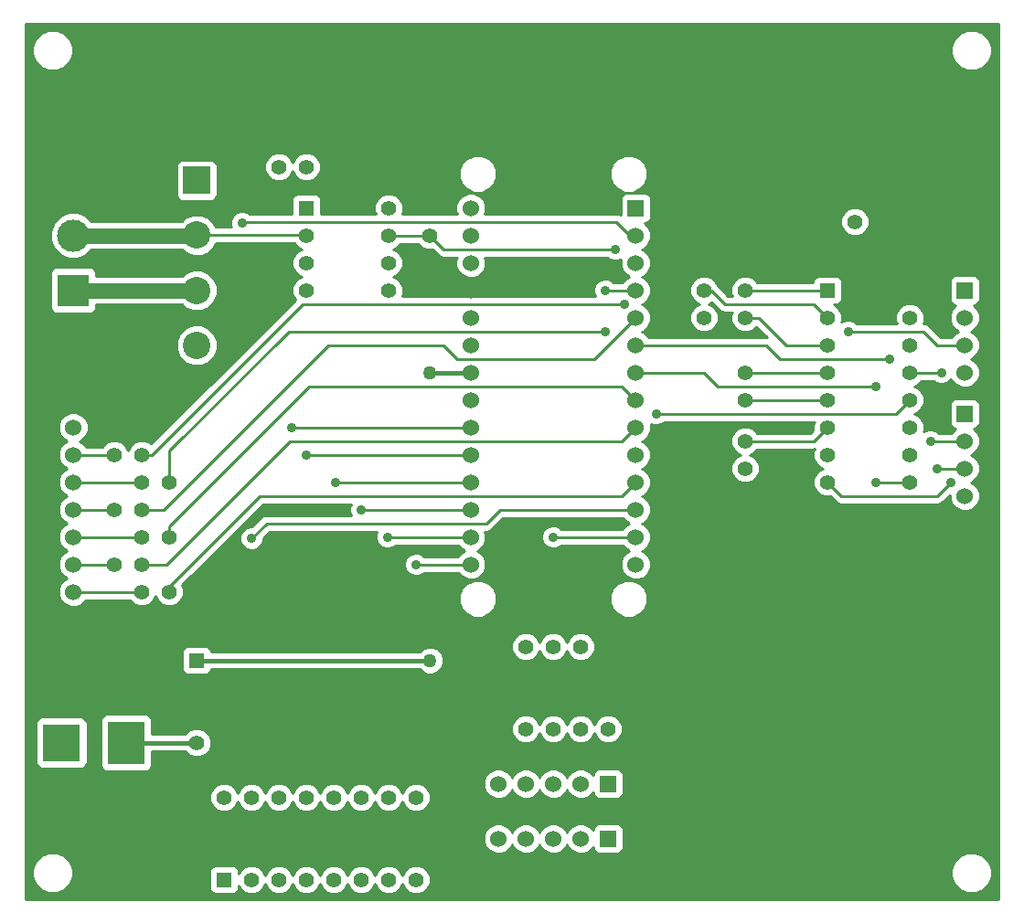
<source format=gtl>
G04 (created by PCBNEW (2013-june-11)-stable) date Sat 16 Jun 2018 15:02:10 EDT*
%MOIN*%
G04 Gerber Fmt 3.4, Leading zero omitted, Abs format*
%FSLAX34Y34*%
G01*
G70*
G90*
G04 APERTURE LIST*
%ADD10C,0.00590551*%
%ADD11R,0.06X0.06*%
%ADD12C,0.06*%
%ADD13C,0.055*%
%ADD14R,0.1181X0.1181*%
%ADD15C,0.1181*%
%ADD16R,0.1X0.1*%
%ADD17C,0.1*%
%ADD18R,0.056X0.056*%
%ADD19C,0.056*%
%ADD20R,0.055X0.055*%
%ADD21R,0.1378X0.15748*%
%ADD22R,0.1378X0.1378*%
%ADD23C,0.035*%
%ADD24C,0.05*%
%ADD25C,0.01*%
%ADD26C,0.0551181*%
%ADD27C,0.015748*%
G04 APERTURE END LIST*
G54D10*
G54D11*
X35000Y-67000D03*
G54D12*
X35000Y-66000D03*
X35000Y-65000D03*
X35000Y-64000D03*
X35000Y-63000D03*
X35000Y-62000D03*
X35000Y-61000D03*
X35000Y-60000D03*
G54D13*
X36500Y-61000D03*
X37500Y-61000D03*
X37500Y-62000D03*
X38500Y-62000D03*
X36500Y-63000D03*
X37500Y-63000D03*
X37500Y-64000D03*
X38500Y-64000D03*
X36500Y-65000D03*
X37500Y-65000D03*
X37500Y-66000D03*
X38500Y-66000D03*
X48000Y-52000D03*
X48000Y-53000D03*
X42500Y-50500D03*
X43500Y-50500D03*
G54D11*
X54500Y-75000D03*
G54D12*
X53500Y-75000D03*
X52500Y-75000D03*
X51500Y-75000D03*
X50500Y-75000D03*
G54D11*
X54500Y-73000D03*
G54D12*
X53500Y-73000D03*
X52500Y-73000D03*
X51500Y-73000D03*
X50500Y-73000D03*
G54D11*
X67500Y-55000D03*
G54D12*
X67500Y-56000D03*
X67500Y-57000D03*
X67500Y-58000D03*
G54D11*
X67500Y-59500D03*
G54D12*
X67500Y-60500D03*
X67500Y-61500D03*
X67500Y-62500D03*
G54D14*
X35000Y-55000D03*
G54D15*
X35000Y-53000D03*
G54D12*
X55503Y-58000D03*
X55503Y-57000D03*
X55503Y-56000D03*
X55503Y-55000D03*
X55503Y-54000D03*
X55503Y-53000D03*
G54D11*
X55503Y-52000D03*
G54D12*
X55503Y-59000D03*
X55503Y-60000D03*
X55503Y-61000D03*
X55503Y-62000D03*
X55503Y-63000D03*
X55503Y-64000D03*
X55503Y-65000D03*
X49496Y-65000D03*
X49496Y-64000D03*
X49496Y-63000D03*
X49496Y-62000D03*
X49496Y-61000D03*
X49496Y-60000D03*
X49496Y-59000D03*
X49496Y-58000D03*
X49496Y-57000D03*
X49496Y-56000D03*
X49496Y-55000D03*
X49496Y-54000D03*
X49496Y-53000D03*
X49496Y-52000D03*
G54D16*
X39500Y-50988D03*
G54D17*
X39500Y-52996D03*
X39500Y-55003D03*
X39500Y-57011D03*
G54D18*
X39500Y-68500D03*
G54D19*
X39500Y-71500D03*
G54D20*
X43500Y-52000D03*
G54D13*
X43500Y-53000D03*
X43500Y-54000D03*
X43500Y-55000D03*
X46500Y-55000D03*
X46500Y-54000D03*
X46500Y-53000D03*
X46500Y-52000D03*
G54D20*
X54500Y-68000D03*
G54D13*
X53500Y-68000D03*
X52500Y-68000D03*
X51500Y-68000D03*
X51500Y-71000D03*
X52500Y-71000D03*
X53500Y-71000D03*
X54500Y-71000D03*
G54D20*
X62500Y-55000D03*
G54D13*
X62500Y-56000D03*
X62500Y-57000D03*
X62500Y-58000D03*
X62500Y-59000D03*
X62500Y-60000D03*
X62500Y-61000D03*
X62500Y-62000D03*
X65500Y-62000D03*
X65500Y-61000D03*
X65500Y-60000D03*
X65500Y-59000D03*
X65500Y-58000D03*
X65500Y-57000D03*
X65500Y-56000D03*
X65500Y-55000D03*
X59500Y-55000D03*
X59500Y-56000D03*
X59500Y-58000D03*
X59500Y-59000D03*
X58000Y-55000D03*
X58000Y-56000D03*
X59500Y-60500D03*
X59500Y-61500D03*
X64500Y-52500D03*
X63500Y-52500D03*
G54D21*
X36940Y-71500D03*
G54D22*
X34578Y-71500D03*
G54D20*
X40500Y-76500D03*
G54D13*
X41500Y-76500D03*
X42500Y-76500D03*
X43500Y-76500D03*
X44500Y-76500D03*
X45500Y-76500D03*
X46500Y-76500D03*
X47500Y-76500D03*
X47500Y-73500D03*
X46500Y-73500D03*
X45500Y-73500D03*
X44500Y-73500D03*
X43500Y-73500D03*
X42500Y-73500D03*
X41500Y-73500D03*
X40500Y-73500D03*
G54D23*
X47550Y-54950D03*
X67000Y-62000D03*
X56250Y-59500D03*
X64250Y-62000D03*
X64250Y-58500D03*
X41150Y-52550D03*
X41500Y-64050D03*
X66650Y-58000D03*
X66500Y-61500D03*
X42950Y-60000D03*
X43500Y-61000D03*
X44550Y-62000D03*
X45500Y-63000D03*
X46450Y-64000D03*
X47500Y-65000D03*
X63250Y-56500D03*
X64750Y-57500D03*
X54750Y-53500D03*
G54D24*
X48000Y-58000D03*
X48000Y-68500D03*
G54D23*
X66250Y-60500D03*
X54400Y-55000D03*
X54400Y-56500D03*
X55100Y-55500D03*
X52500Y-64000D03*
G54D25*
X47600Y-55000D02*
X49496Y-55000D01*
X47550Y-54950D02*
X47600Y-55000D01*
X35000Y-66000D02*
X37500Y-66000D01*
X35000Y-64000D02*
X37500Y-64000D01*
X36500Y-65000D02*
X35000Y-65000D01*
X36500Y-63000D02*
X35000Y-63000D01*
X36500Y-61000D02*
X35000Y-61000D01*
X35000Y-62000D02*
X37500Y-62000D01*
X63000Y-62500D02*
X62500Y-62000D01*
X66500Y-62500D02*
X63000Y-62500D01*
X67000Y-62000D02*
X66500Y-62500D01*
X59500Y-59000D02*
X62500Y-59000D01*
X59500Y-56000D02*
X60000Y-56000D01*
X61000Y-57000D02*
X62500Y-57000D01*
X60000Y-56000D02*
X61000Y-57000D01*
X59500Y-60500D02*
X62000Y-60500D01*
X62000Y-60500D02*
X62500Y-60000D01*
X58000Y-55000D02*
X58250Y-55000D01*
X62000Y-55500D02*
X62500Y-56000D01*
X58750Y-55500D02*
X62000Y-55500D01*
X58250Y-55000D02*
X58750Y-55500D01*
X65500Y-59000D02*
X65000Y-59500D01*
X61500Y-59500D02*
X56250Y-59500D01*
X65000Y-59500D02*
X61500Y-59500D01*
X55503Y-58000D02*
X58000Y-58000D01*
X64250Y-62000D02*
X65500Y-62000D01*
X58500Y-58500D02*
X64250Y-58500D01*
X58000Y-58000D02*
X58500Y-58500D01*
X55300Y-53000D02*
X55503Y-53000D01*
X54800Y-52500D02*
X55300Y-53000D01*
X41200Y-52500D02*
X54800Y-52500D01*
X41150Y-52550D02*
X41200Y-52500D01*
X55503Y-63000D02*
X50550Y-63000D01*
X42050Y-63500D02*
X41500Y-64050D01*
X50050Y-63500D02*
X42050Y-63500D01*
X50550Y-63000D02*
X50050Y-63500D01*
X67500Y-61500D02*
X66500Y-61500D01*
X66650Y-58000D02*
X65500Y-58000D01*
X42950Y-60000D02*
X49496Y-60000D01*
X49496Y-61000D02*
X43500Y-61000D01*
X44550Y-62000D02*
X49496Y-62000D01*
X49496Y-63000D02*
X45500Y-63000D01*
X46450Y-64000D02*
X49496Y-64000D01*
X49496Y-65000D02*
X47500Y-65000D01*
X39500Y-52996D02*
X43496Y-52996D01*
X43496Y-52996D02*
X43500Y-53000D01*
G54D26*
X35000Y-53000D02*
X39496Y-53000D01*
X39496Y-53000D02*
X39500Y-52996D01*
G54D25*
X67500Y-57000D02*
X66500Y-57000D01*
X66000Y-56500D02*
X63250Y-56500D01*
X66500Y-57000D02*
X66000Y-56500D01*
X38500Y-66000D02*
X38500Y-65800D01*
X55003Y-62500D02*
X55503Y-62000D01*
X41800Y-62500D02*
X55003Y-62500D01*
X38500Y-65800D02*
X41800Y-62500D01*
X55503Y-57000D02*
X60250Y-57000D01*
X60750Y-57500D02*
X64750Y-57500D01*
X60250Y-57000D02*
X60750Y-57500D01*
X48000Y-53000D02*
X48500Y-53500D01*
X50000Y-53500D02*
X54750Y-53500D01*
X48500Y-53500D02*
X50000Y-53500D01*
X46500Y-53000D02*
X48000Y-53000D01*
G54D27*
X39500Y-68500D02*
X48000Y-68500D01*
X48000Y-58000D02*
X49496Y-58000D01*
G54D25*
X67500Y-60500D02*
X66250Y-60500D01*
X37500Y-65000D02*
X38400Y-65000D01*
X55003Y-60500D02*
X55503Y-60000D01*
X42900Y-60500D02*
X55003Y-60500D01*
X38400Y-65000D02*
X42900Y-60500D01*
X38500Y-64000D02*
X38500Y-63600D01*
X55003Y-58500D02*
X55503Y-59000D01*
X43600Y-58500D02*
X55003Y-58500D01*
X38500Y-63600D02*
X43600Y-58500D01*
X37500Y-63000D02*
X38300Y-63000D01*
X54003Y-57500D02*
X55503Y-56000D01*
X49000Y-57500D02*
X54003Y-57500D01*
X48500Y-57000D02*
X49000Y-57500D01*
X44300Y-57000D02*
X48500Y-57000D01*
X38300Y-63000D02*
X44300Y-57000D01*
X38500Y-62000D02*
X38500Y-60850D01*
X54400Y-55000D02*
X55503Y-55000D01*
X42850Y-56500D02*
X54400Y-56500D01*
X38500Y-60850D02*
X42850Y-56500D01*
X37500Y-61000D02*
X37850Y-61000D01*
X43350Y-55500D02*
X55100Y-55500D01*
X37850Y-61000D02*
X43350Y-55500D01*
G54D27*
X36940Y-71500D02*
X39500Y-71500D01*
G54D25*
X52500Y-64000D02*
X55503Y-64000D01*
G54D26*
X35000Y-55000D02*
X39496Y-55000D01*
X39496Y-55000D02*
X39500Y-55003D01*
G54D25*
X59500Y-55000D02*
X62500Y-55000D01*
X59500Y-58000D02*
X62500Y-58000D01*
G54D10*
G36*
X55273Y-54499D02*
X55192Y-54533D01*
X55037Y-54688D01*
X55032Y-54700D01*
X54701Y-54700D01*
X54641Y-54639D01*
X54484Y-54575D01*
X54315Y-54574D01*
X54159Y-54639D01*
X54039Y-54758D01*
X53975Y-54915D01*
X53974Y-55084D01*
X54022Y-55200D01*
X46985Y-55200D01*
X47024Y-55104D01*
X47025Y-54896D01*
X46945Y-54703D01*
X46797Y-54555D01*
X46664Y-54499D01*
X46797Y-54445D01*
X46944Y-54297D01*
X47024Y-54104D01*
X47025Y-53896D01*
X46945Y-53703D01*
X46797Y-53555D01*
X46664Y-53499D01*
X46797Y-53445D01*
X46942Y-53300D01*
X47557Y-53300D01*
X47702Y-53444D01*
X47895Y-53524D01*
X48100Y-53525D01*
X48287Y-53712D01*
X48287Y-53712D01*
X48385Y-53777D01*
X48500Y-53800D01*
X48983Y-53800D01*
X48946Y-53890D01*
X48945Y-54108D01*
X49029Y-54311D01*
X49184Y-54465D01*
X49386Y-54549D01*
X49604Y-54550D01*
X49807Y-54466D01*
X49962Y-54311D01*
X50045Y-54109D01*
X50046Y-53891D01*
X50008Y-53800D01*
X54448Y-53800D01*
X54508Y-53860D01*
X54665Y-53924D01*
X54834Y-53925D01*
X54961Y-53872D01*
X54954Y-53890D01*
X54953Y-54108D01*
X55037Y-54311D01*
X55191Y-54465D01*
X55273Y-54499D01*
X55273Y-54499D01*
G37*
G54D25*
X55273Y-54499D02*
X55192Y-54533D01*
X55037Y-54688D01*
X55032Y-54700D01*
X54701Y-54700D01*
X54641Y-54639D01*
X54484Y-54575D01*
X54315Y-54574D01*
X54159Y-54639D01*
X54039Y-54758D01*
X53975Y-54915D01*
X53974Y-55084D01*
X54022Y-55200D01*
X46985Y-55200D01*
X47024Y-55104D01*
X47025Y-54896D01*
X46945Y-54703D01*
X46797Y-54555D01*
X46664Y-54499D01*
X46797Y-54445D01*
X46944Y-54297D01*
X47024Y-54104D01*
X47025Y-53896D01*
X46945Y-53703D01*
X46797Y-53555D01*
X46664Y-53499D01*
X46797Y-53445D01*
X46942Y-53300D01*
X47557Y-53300D01*
X47702Y-53444D01*
X47895Y-53524D01*
X48100Y-53525D01*
X48287Y-53712D01*
X48287Y-53712D01*
X48385Y-53777D01*
X48500Y-53800D01*
X48983Y-53800D01*
X48946Y-53890D01*
X48945Y-54108D01*
X49029Y-54311D01*
X49184Y-54465D01*
X49386Y-54549D01*
X49604Y-54550D01*
X49807Y-54466D01*
X49962Y-54311D01*
X50045Y-54109D01*
X50046Y-53891D01*
X50008Y-53800D01*
X54448Y-53800D01*
X54508Y-53860D01*
X54665Y-53924D01*
X54834Y-53925D01*
X54961Y-53872D01*
X54954Y-53890D01*
X54953Y-54108D01*
X55037Y-54311D01*
X55191Y-54465D01*
X55273Y-54499D01*
G54D10*
G36*
X68730Y-77230D02*
X68492Y-77230D01*
X68492Y-76103D01*
X68492Y-46103D01*
X68379Y-45830D01*
X68170Y-45621D01*
X67898Y-45508D01*
X67603Y-45507D01*
X67330Y-45620D01*
X67121Y-45829D01*
X67008Y-46101D01*
X67007Y-46396D01*
X67120Y-46669D01*
X67329Y-46878D01*
X67601Y-46991D01*
X67896Y-46992D01*
X68169Y-46879D01*
X68378Y-46670D01*
X68491Y-46398D01*
X68492Y-46103D01*
X68492Y-76103D01*
X68379Y-75830D01*
X68170Y-75621D01*
X68050Y-75571D01*
X68050Y-62391D01*
X67966Y-62188D01*
X67811Y-62034D01*
X67730Y-62000D01*
X67811Y-61966D01*
X67965Y-61811D01*
X68049Y-61609D01*
X68050Y-61391D01*
X67966Y-61188D01*
X67811Y-61034D01*
X67730Y-61000D01*
X67811Y-60966D01*
X67965Y-60811D01*
X68049Y-60609D01*
X68050Y-60391D01*
X67966Y-60188D01*
X67827Y-60050D01*
X67849Y-60050D01*
X67941Y-60012D01*
X68011Y-59941D01*
X68049Y-59849D01*
X68050Y-59750D01*
X68050Y-59150D01*
X68012Y-59058D01*
X67941Y-58988D01*
X67849Y-58950D01*
X67750Y-58949D01*
X67150Y-58949D01*
X67058Y-58987D01*
X66988Y-59058D01*
X66950Y-59150D01*
X66949Y-59249D01*
X66949Y-59849D01*
X66987Y-59941D01*
X67058Y-60011D01*
X67150Y-60049D01*
X67172Y-60049D01*
X67034Y-60188D01*
X67029Y-60200D01*
X66551Y-60200D01*
X66491Y-60139D01*
X66334Y-60075D01*
X66165Y-60074D01*
X66010Y-60139D01*
X66024Y-60104D01*
X66025Y-59896D01*
X65945Y-59703D01*
X65797Y-59555D01*
X65664Y-59499D01*
X65797Y-59445D01*
X65944Y-59297D01*
X66024Y-59104D01*
X66025Y-58896D01*
X65945Y-58703D01*
X65797Y-58555D01*
X65664Y-58499D01*
X65797Y-58445D01*
X65942Y-58300D01*
X66348Y-58300D01*
X66408Y-58360D01*
X66565Y-58424D01*
X66734Y-58425D01*
X66890Y-58360D01*
X67006Y-58245D01*
X67033Y-58311D01*
X67188Y-58465D01*
X67390Y-58549D01*
X67608Y-58550D01*
X67811Y-58466D01*
X67965Y-58311D01*
X68049Y-58109D01*
X68050Y-57891D01*
X67966Y-57688D01*
X67811Y-57534D01*
X67730Y-57500D01*
X67811Y-57466D01*
X67965Y-57311D01*
X68049Y-57109D01*
X68050Y-56891D01*
X67966Y-56688D01*
X67811Y-56534D01*
X67730Y-56500D01*
X67811Y-56466D01*
X67965Y-56311D01*
X68049Y-56109D01*
X68050Y-55891D01*
X67966Y-55688D01*
X67827Y-55550D01*
X67849Y-55550D01*
X67941Y-55512D01*
X68011Y-55441D01*
X68049Y-55349D01*
X68050Y-55250D01*
X68050Y-54650D01*
X68012Y-54558D01*
X67941Y-54488D01*
X67849Y-54450D01*
X67750Y-54449D01*
X67150Y-54449D01*
X67058Y-54487D01*
X66988Y-54558D01*
X66950Y-54650D01*
X66949Y-54749D01*
X66949Y-55349D01*
X66987Y-55441D01*
X67058Y-55511D01*
X67150Y-55549D01*
X67172Y-55549D01*
X67034Y-55688D01*
X66950Y-55890D01*
X66949Y-56108D01*
X67033Y-56311D01*
X67188Y-56465D01*
X67269Y-56499D01*
X67188Y-56533D01*
X67034Y-56688D01*
X67029Y-56700D01*
X66624Y-56700D01*
X66212Y-56287D01*
X66114Y-56222D01*
X66000Y-56200D01*
X65985Y-56200D01*
X66024Y-56104D01*
X66025Y-55896D01*
X65945Y-55703D01*
X65797Y-55555D01*
X65604Y-55475D01*
X65396Y-55474D01*
X65203Y-55554D01*
X65055Y-55702D01*
X64975Y-55895D01*
X64974Y-56103D01*
X65014Y-56200D01*
X64025Y-56200D01*
X64025Y-52396D01*
X63945Y-52203D01*
X63797Y-52055D01*
X63604Y-51975D01*
X63396Y-51974D01*
X63203Y-52054D01*
X63055Y-52202D01*
X62975Y-52395D01*
X62974Y-52603D01*
X63054Y-52797D01*
X63202Y-52944D01*
X63395Y-53024D01*
X63603Y-53025D01*
X63797Y-52945D01*
X63944Y-52797D01*
X64024Y-52604D01*
X64025Y-52396D01*
X64025Y-56200D01*
X63551Y-56200D01*
X63491Y-56139D01*
X63334Y-56075D01*
X63165Y-56074D01*
X63010Y-56139D01*
X63024Y-56104D01*
X63025Y-55896D01*
X62945Y-55703D01*
X62797Y-55555D01*
X62725Y-55525D01*
X62824Y-55525D01*
X62916Y-55487D01*
X62986Y-55416D01*
X63024Y-55324D01*
X63025Y-55225D01*
X63025Y-54675D01*
X62987Y-54583D01*
X62916Y-54513D01*
X62824Y-54475D01*
X62725Y-54474D01*
X62175Y-54474D01*
X62083Y-54512D01*
X62013Y-54583D01*
X61975Y-54675D01*
X61975Y-54700D01*
X59942Y-54700D01*
X59797Y-54555D01*
X59604Y-54475D01*
X59396Y-54474D01*
X59203Y-54554D01*
X59055Y-54702D01*
X58975Y-54895D01*
X58974Y-55103D01*
X59014Y-55200D01*
X58874Y-55200D01*
X58493Y-54818D01*
X58445Y-54703D01*
X58297Y-54555D01*
X58104Y-54475D01*
X57896Y-54474D01*
X57703Y-54554D01*
X57555Y-54702D01*
X57475Y-54895D01*
X57474Y-55103D01*
X57554Y-55297D01*
X57702Y-55444D01*
X57835Y-55500D01*
X57703Y-55554D01*
X57555Y-55702D01*
X57475Y-55895D01*
X57474Y-56103D01*
X57554Y-56297D01*
X57702Y-56444D01*
X57895Y-56524D01*
X58103Y-56525D01*
X58297Y-56445D01*
X58444Y-56297D01*
X58524Y-56104D01*
X58525Y-55896D01*
X58445Y-55703D01*
X58297Y-55555D01*
X58164Y-55499D01*
X58278Y-55452D01*
X58537Y-55712D01*
X58537Y-55712D01*
X58635Y-55777D01*
X58750Y-55800D01*
X59014Y-55800D01*
X58975Y-55895D01*
X58974Y-56103D01*
X59054Y-56297D01*
X59202Y-56444D01*
X59395Y-56524D01*
X59603Y-56525D01*
X59797Y-56445D01*
X59909Y-56333D01*
X60282Y-56706D01*
X60250Y-56700D01*
X55975Y-56700D01*
X55970Y-56688D01*
X55815Y-56534D01*
X55734Y-56500D01*
X55815Y-56466D01*
X55969Y-56311D01*
X56053Y-56109D01*
X56054Y-55891D01*
X55970Y-55688D01*
X55815Y-55534D01*
X55734Y-55500D01*
X55815Y-55466D01*
X55969Y-55311D01*
X56053Y-55109D01*
X56054Y-54891D01*
X55970Y-54688D01*
X55815Y-54534D01*
X55734Y-54500D01*
X55815Y-54466D01*
X55969Y-54311D01*
X56053Y-54109D01*
X56054Y-53891D01*
X55970Y-53688D01*
X55815Y-53534D01*
X55734Y-53500D01*
X55815Y-53466D01*
X55969Y-53311D01*
X56053Y-53109D01*
X56054Y-52891D01*
X55970Y-52688D01*
X55831Y-52550D01*
X55853Y-52550D01*
X55945Y-52512D01*
X56015Y-52441D01*
X56053Y-52349D01*
X56053Y-52250D01*
X56053Y-51650D01*
X56016Y-51558D01*
X55945Y-51488D01*
X55933Y-51482D01*
X55933Y-50614D01*
X55829Y-50363D01*
X55637Y-50171D01*
X55386Y-50067D01*
X55114Y-50066D01*
X54863Y-50170D01*
X54671Y-50362D01*
X54567Y-50613D01*
X54566Y-50885D01*
X54670Y-51136D01*
X54862Y-51328D01*
X55113Y-51432D01*
X55385Y-51433D01*
X55636Y-51329D01*
X55828Y-51137D01*
X55932Y-50886D01*
X55933Y-50614D01*
X55933Y-51482D01*
X55853Y-51450D01*
X55754Y-51449D01*
X55154Y-51449D01*
X55062Y-51487D01*
X54992Y-51558D01*
X54953Y-51650D01*
X54953Y-51749D01*
X54953Y-52248D01*
X54914Y-52222D01*
X54800Y-52200D01*
X50433Y-52200D01*
X50433Y-50614D01*
X50329Y-50363D01*
X50137Y-50171D01*
X49886Y-50067D01*
X49614Y-50066D01*
X49363Y-50170D01*
X49171Y-50362D01*
X49067Y-50613D01*
X49066Y-50885D01*
X49170Y-51136D01*
X49362Y-51328D01*
X49613Y-51432D01*
X49885Y-51433D01*
X50136Y-51329D01*
X50328Y-51137D01*
X50432Y-50886D01*
X50433Y-50614D01*
X50433Y-52200D01*
X50008Y-52200D01*
X50045Y-52109D01*
X50046Y-51891D01*
X49962Y-51688D01*
X49808Y-51534D01*
X49605Y-51450D01*
X49387Y-51449D01*
X49184Y-51533D01*
X49030Y-51688D01*
X48946Y-51890D01*
X48945Y-52108D01*
X48983Y-52200D01*
X46985Y-52200D01*
X47024Y-52104D01*
X47025Y-51896D01*
X46945Y-51703D01*
X46797Y-51555D01*
X46604Y-51475D01*
X46396Y-51474D01*
X46203Y-51554D01*
X46055Y-51702D01*
X45975Y-51895D01*
X45974Y-52103D01*
X46014Y-52200D01*
X44025Y-52200D01*
X44025Y-50396D01*
X43945Y-50203D01*
X43797Y-50055D01*
X43604Y-49975D01*
X43396Y-49974D01*
X43203Y-50054D01*
X43055Y-50202D01*
X42999Y-50335D01*
X42945Y-50203D01*
X42797Y-50055D01*
X42604Y-49975D01*
X42396Y-49974D01*
X42203Y-50054D01*
X42055Y-50202D01*
X41975Y-50395D01*
X41974Y-50603D01*
X42054Y-50797D01*
X42202Y-50944D01*
X42395Y-51024D01*
X42603Y-51025D01*
X42797Y-50945D01*
X42944Y-50797D01*
X43000Y-50664D01*
X43054Y-50797D01*
X43202Y-50944D01*
X43395Y-51024D01*
X43603Y-51025D01*
X43797Y-50945D01*
X43944Y-50797D01*
X44024Y-50604D01*
X44025Y-50396D01*
X44025Y-52200D01*
X44025Y-52200D01*
X44025Y-51675D01*
X43987Y-51583D01*
X43916Y-51513D01*
X43824Y-51475D01*
X43725Y-51474D01*
X43175Y-51474D01*
X43083Y-51512D01*
X43013Y-51583D01*
X42975Y-51675D01*
X42974Y-51774D01*
X42974Y-52200D01*
X41401Y-52200D01*
X41391Y-52189D01*
X41234Y-52125D01*
X41065Y-52124D01*
X40909Y-52189D01*
X40789Y-52308D01*
X40725Y-52465D01*
X40724Y-52634D01*
X40750Y-52696D01*
X40250Y-52696D01*
X40250Y-51438D01*
X40250Y-50438D01*
X40212Y-50346D01*
X40141Y-50276D01*
X40049Y-50238D01*
X39950Y-50238D01*
X38950Y-50238D01*
X38858Y-50276D01*
X38788Y-50346D01*
X38750Y-50438D01*
X38749Y-50537D01*
X38749Y-51537D01*
X38787Y-51629D01*
X38858Y-51700D01*
X38950Y-51738D01*
X39049Y-51738D01*
X40049Y-51738D01*
X40141Y-51700D01*
X40211Y-51629D01*
X40249Y-51538D01*
X40250Y-51438D01*
X40250Y-52696D01*
X40187Y-52696D01*
X40136Y-52571D01*
X39925Y-52360D01*
X39649Y-52246D01*
X39351Y-52245D01*
X39075Y-52359D01*
X38960Y-52474D01*
X35662Y-52474D01*
X35476Y-52287D01*
X35167Y-52159D01*
X34992Y-52159D01*
X34992Y-46103D01*
X34879Y-45830D01*
X34670Y-45621D01*
X34398Y-45508D01*
X34103Y-45507D01*
X33830Y-45620D01*
X33621Y-45829D01*
X33508Y-46101D01*
X33507Y-46396D01*
X33620Y-46669D01*
X33829Y-46878D01*
X34101Y-46991D01*
X34396Y-46992D01*
X34669Y-46879D01*
X34878Y-46670D01*
X34991Y-46398D01*
X34992Y-46103D01*
X34992Y-52159D01*
X34833Y-52159D01*
X34524Y-52287D01*
X34287Y-52523D01*
X34159Y-52832D01*
X34159Y-53166D01*
X34287Y-53475D01*
X34523Y-53712D01*
X34832Y-53840D01*
X35166Y-53840D01*
X35475Y-53712D01*
X35663Y-53525D01*
X38968Y-53525D01*
X39074Y-53631D01*
X39350Y-53745D01*
X39648Y-53746D01*
X39924Y-53632D01*
X40135Y-53421D01*
X40187Y-53296D01*
X43054Y-53296D01*
X43054Y-53297D01*
X43202Y-53444D01*
X43335Y-53500D01*
X43203Y-53554D01*
X43055Y-53702D01*
X42975Y-53895D01*
X42974Y-54103D01*
X43054Y-54297D01*
X43202Y-54444D01*
X43335Y-54500D01*
X43203Y-54554D01*
X43055Y-54702D01*
X42975Y-54895D01*
X42974Y-55103D01*
X43054Y-55297D01*
X43091Y-55334D01*
X40250Y-58175D01*
X40250Y-56863D01*
X40250Y-54855D01*
X40136Y-54579D01*
X39925Y-54368D01*
X39649Y-54254D01*
X39351Y-54253D01*
X39075Y-54367D01*
X38968Y-54474D01*
X35840Y-54474D01*
X35840Y-54359D01*
X35802Y-54268D01*
X35732Y-54197D01*
X35640Y-54159D01*
X35540Y-54159D01*
X34359Y-54159D01*
X34268Y-54197D01*
X34197Y-54267D01*
X34159Y-54359D01*
X34159Y-54459D01*
X34159Y-55640D01*
X34197Y-55731D01*
X34267Y-55802D01*
X34359Y-55840D01*
X34459Y-55840D01*
X35640Y-55840D01*
X35731Y-55802D01*
X35802Y-55732D01*
X35840Y-55640D01*
X35840Y-55540D01*
X35840Y-55525D01*
X38961Y-55525D01*
X39074Y-55639D01*
X39350Y-55753D01*
X39648Y-55754D01*
X39924Y-55640D01*
X40135Y-55429D01*
X40249Y-55153D01*
X40250Y-54855D01*
X40250Y-56863D01*
X40136Y-56587D01*
X39925Y-56376D01*
X39649Y-56261D01*
X39351Y-56261D01*
X39075Y-56375D01*
X38864Y-56586D01*
X38750Y-56861D01*
X38749Y-57160D01*
X38863Y-57436D01*
X39074Y-57647D01*
X39350Y-57761D01*
X39648Y-57761D01*
X39924Y-57648D01*
X40135Y-57437D01*
X40249Y-57161D01*
X40250Y-56863D01*
X40250Y-58175D01*
X37834Y-60591D01*
X37797Y-60555D01*
X37604Y-60475D01*
X37396Y-60474D01*
X37203Y-60554D01*
X37055Y-60702D01*
X36999Y-60835D01*
X36945Y-60703D01*
X36797Y-60555D01*
X36604Y-60475D01*
X36396Y-60474D01*
X36203Y-60554D01*
X36057Y-60700D01*
X35471Y-60700D01*
X35466Y-60688D01*
X35311Y-60534D01*
X35230Y-60500D01*
X35311Y-60466D01*
X35465Y-60311D01*
X35549Y-60109D01*
X35550Y-59891D01*
X35466Y-59688D01*
X35311Y-59534D01*
X35109Y-59450D01*
X34891Y-59449D01*
X34688Y-59533D01*
X34534Y-59688D01*
X34450Y-59890D01*
X34449Y-60108D01*
X34533Y-60311D01*
X34688Y-60465D01*
X34769Y-60499D01*
X34688Y-60533D01*
X34534Y-60688D01*
X34450Y-60890D01*
X34449Y-61108D01*
X34533Y-61311D01*
X34688Y-61465D01*
X34769Y-61499D01*
X34688Y-61533D01*
X34534Y-61688D01*
X34450Y-61890D01*
X34449Y-62108D01*
X34533Y-62311D01*
X34688Y-62465D01*
X34769Y-62499D01*
X34688Y-62533D01*
X34534Y-62688D01*
X34450Y-62890D01*
X34449Y-63108D01*
X34533Y-63311D01*
X34688Y-63465D01*
X34769Y-63499D01*
X34688Y-63533D01*
X34534Y-63688D01*
X34450Y-63890D01*
X34449Y-64108D01*
X34533Y-64311D01*
X34688Y-64465D01*
X34769Y-64499D01*
X34688Y-64533D01*
X34534Y-64688D01*
X34450Y-64890D01*
X34449Y-65108D01*
X34533Y-65311D01*
X34688Y-65465D01*
X34769Y-65499D01*
X34688Y-65533D01*
X34534Y-65688D01*
X34450Y-65890D01*
X34449Y-66108D01*
X34533Y-66311D01*
X34688Y-66465D01*
X34890Y-66549D01*
X35108Y-66550D01*
X35311Y-66466D01*
X35465Y-66311D01*
X35470Y-66300D01*
X37057Y-66300D01*
X37202Y-66444D01*
X37395Y-66524D01*
X37603Y-66525D01*
X37797Y-66445D01*
X37944Y-66297D01*
X38000Y-66164D01*
X38054Y-66297D01*
X38202Y-66444D01*
X38395Y-66524D01*
X38603Y-66525D01*
X38797Y-66445D01*
X38944Y-66297D01*
X39024Y-66104D01*
X39025Y-65896D01*
X38967Y-65756D01*
X41924Y-62800D01*
X45122Y-62800D01*
X45075Y-62915D01*
X45074Y-63084D01*
X45122Y-63200D01*
X42050Y-63200D01*
X41935Y-63222D01*
X41837Y-63287D01*
X41500Y-63625D01*
X41415Y-63624D01*
X41259Y-63689D01*
X41139Y-63808D01*
X41075Y-63965D01*
X41074Y-64134D01*
X41139Y-64290D01*
X41258Y-64410D01*
X41415Y-64474D01*
X41584Y-64475D01*
X41740Y-64410D01*
X41860Y-64291D01*
X41924Y-64134D01*
X41925Y-64049D01*
X42174Y-63800D01*
X46072Y-63800D01*
X46025Y-63915D01*
X46024Y-64084D01*
X46089Y-64240D01*
X46208Y-64360D01*
X46365Y-64424D01*
X46534Y-64425D01*
X46690Y-64360D01*
X46751Y-64300D01*
X49024Y-64300D01*
X49029Y-64311D01*
X49184Y-64465D01*
X49265Y-64499D01*
X49184Y-64533D01*
X49030Y-64688D01*
X49025Y-64700D01*
X47801Y-64700D01*
X47741Y-64639D01*
X47584Y-64575D01*
X47415Y-64574D01*
X47259Y-64639D01*
X47139Y-64758D01*
X47075Y-64915D01*
X47074Y-65084D01*
X47139Y-65240D01*
X47258Y-65360D01*
X47415Y-65424D01*
X47584Y-65425D01*
X47740Y-65360D01*
X47801Y-65300D01*
X49024Y-65300D01*
X49029Y-65311D01*
X49184Y-65465D01*
X49386Y-65549D01*
X49604Y-65550D01*
X49807Y-65466D01*
X49962Y-65311D01*
X50045Y-65109D01*
X50046Y-64891D01*
X49962Y-64688D01*
X49808Y-64534D01*
X49726Y-64500D01*
X49807Y-64466D01*
X49962Y-64311D01*
X50045Y-64109D01*
X50046Y-63891D01*
X50008Y-63800D01*
X50050Y-63800D01*
X50050Y-63799D01*
X50164Y-63777D01*
X50164Y-63777D01*
X50262Y-63712D01*
X50674Y-63300D01*
X55032Y-63300D01*
X55037Y-63311D01*
X55191Y-63465D01*
X55273Y-63499D01*
X55192Y-63533D01*
X55037Y-63688D01*
X55032Y-63700D01*
X52801Y-63700D01*
X52741Y-63639D01*
X52584Y-63575D01*
X52415Y-63574D01*
X52259Y-63639D01*
X52139Y-63758D01*
X52075Y-63915D01*
X52074Y-64084D01*
X52139Y-64240D01*
X52258Y-64360D01*
X52415Y-64424D01*
X52584Y-64425D01*
X52740Y-64360D01*
X52801Y-64300D01*
X55032Y-64300D01*
X55037Y-64311D01*
X55191Y-64465D01*
X55273Y-64499D01*
X55192Y-64533D01*
X55037Y-64688D01*
X54954Y-64890D01*
X54953Y-65108D01*
X55037Y-65311D01*
X55191Y-65465D01*
X55394Y-65549D01*
X55612Y-65550D01*
X55815Y-65466D01*
X55969Y-65311D01*
X56053Y-65109D01*
X56054Y-64891D01*
X55970Y-64688D01*
X55815Y-64534D01*
X55734Y-64500D01*
X55815Y-64466D01*
X55969Y-64311D01*
X56053Y-64109D01*
X56054Y-63891D01*
X55970Y-63688D01*
X55815Y-63534D01*
X55734Y-63500D01*
X55815Y-63466D01*
X55969Y-63311D01*
X56053Y-63109D01*
X56054Y-62891D01*
X55970Y-62688D01*
X55815Y-62534D01*
X55734Y-62500D01*
X55815Y-62466D01*
X55969Y-62311D01*
X56053Y-62109D01*
X56054Y-61891D01*
X55970Y-61688D01*
X55815Y-61534D01*
X55734Y-61500D01*
X55815Y-61466D01*
X55969Y-61311D01*
X56053Y-61109D01*
X56054Y-60891D01*
X55970Y-60688D01*
X55815Y-60534D01*
X55734Y-60500D01*
X55815Y-60466D01*
X55969Y-60311D01*
X56053Y-60109D01*
X56054Y-59891D01*
X56047Y-59876D01*
X56165Y-59924D01*
X56334Y-59925D01*
X56490Y-59860D01*
X56551Y-59800D01*
X61500Y-59800D01*
X62014Y-59800D01*
X61975Y-59895D01*
X61974Y-60100D01*
X61875Y-60200D01*
X59942Y-60200D01*
X59797Y-60055D01*
X59604Y-59975D01*
X59396Y-59974D01*
X59203Y-60054D01*
X59055Y-60202D01*
X58975Y-60395D01*
X58974Y-60603D01*
X59054Y-60797D01*
X59202Y-60944D01*
X59335Y-61000D01*
X59203Y-61054D01*
X59055Y-61202D01*
X58975Y-61395D01*
X58974Y-61603D01*
X59054Y-61797D01*
X59202Y-61944D01*
X59395Y-62024D01*
X59603Y-62025D01*
X59797Y-61945D01*
X59944Y-61797D01*
X60024Y-61604D01*
X60025Y-61396D01*
X59945Y-61203D01*
X59797Y-61055D01*
X59664Y-60999D01*
X59797Y-60945D01*
X59942Y-60800D01*
X62000Y-60800D01*
X62000Y-60799D01*
X62015Y-60796D01*
X61975Y-60895D01*
X61974Y-61103D01*
X62054Y-61297D01*
X62202Y-61444D01*
X62335Y-61500D01*
X62203Y-61554D01*
X62055Y-61702D01*
X61975Y-61895D01*
X61974Y-62103D01*
X62054Y-62297D01*
X62202Y-62444D01*
X62395Y-62524D01*
X62600Y-62525D01*
X62787Y-62712D01*
X62787Y-62712D01*
X62885Y-62777D01*
X63000Y-62800D01*
X66500Y-62800D01*
X66500Y-62799D01*
X66614Y-62777D01*
X66614Y-62777D01*
X66712Y-62712D01*
X66950Y-62474D01*
X66949Y-62608D01*
X67033Y-62811D01*
X67188Y-62965D01*
X67390Y-63049D01*
X67608Y-63050D01*
X67811Y-62966D01*
X67965Y-62811D01*
X68049Y-62609D01*
X68050Y-62391D01*
X68050Y-75571D01*
X67898Y-75508D01*
X67603Y-75507D01*
X67330Y-75620D01*
X67121Y-75829D01*
X67008Y-76101D01*
X67007Y-76396D01*
X67120Y-76669D01*
X67329Y-76878D01*
X67601Y-76991D01*
X67896Y-76992D01*
X68169Y-76879D01*
X68378Y-76670D01*
X68491Y-76398D01*
X68492Y-76103D01*
X68492Y-77230D01*
X55933Y-77230D01*
X55933Y-66114D01*
X55829Y-65863D01*
X55637Y-65671D01*
X55386Y-65567D01*
X55114Y-65566D01*
X54863Y-65670D01*
X54671Y-65862D01*
X54567Y-66113D01*
X54566Y-66385D01*
X54670Y-66636D01*
X54862Y-66828D01*
X55113Y-66932D01*
X55385Y-66933D01*
X55636Y-66829D01*
X55828Y-66637D01*
X55932Y-66386D01*
X55933Y-66114D01*
X55933Y-77230D01*
X55050Y-77230D01*
X55050Y-75250D01*
X55050Y-74650D01*
X55050Y-73250D01*
X55050Y-72650D01*
X55025Y-72590D01*
X55025Y-70896D01*
X54945Y-70703D01*
X54797Y-70555D01*
X54604Y-70475D01*
X54396Y-70474D01*
X54203Y-70554D01*
X54055Y-70702D01*
X54025Y-70774D01*
X54025Y-67896D01*
X53945Y-67703D01*
X53797Y-67555D01*
X53604Y-67475D01*
X53396Y-67474D01*
X53203Y-67554D01*
X53055Y-67702D01*
X52999Y-67835D01*
X52945Y-67703D01*
X52797Y-67555D01*
X52604Y-67475D01*
X52396Y-67474D01*
X52203Y-67554D01*
X52055Y-67702D01*
X51999Y-67835D01*
X51945Y-67703D01*
X51797Y-67555D01*
X51604Y-67475D01*
X51396Y-67474D01*
X51203Y-67554D01*
X51055Y-67702D01*
X50975Y-67895D01*
X50974Y-68103D01*
X51054Y-68297D01*
X51202Y-68444D01*
X51395Y-68524D01*
X51603Y-68525D01*
X51797Y-68445D01*
X51944Y-68297D01*
X52000Y-68164D01*
X52054Y-68297D01*
X52202Y-68444D01*
X52395Y-68524D01*
X52603Y-68525D01*
X52797Y-68445D01*
X52944Y-68297D01*
X53000Y-68164D01*
X53054Y-68297D01*
X53202Y-68444D01*
X53395Y-68524D01*
X53603Y-68525D01*
X53797Y-68445D01*
X53944Y-68297D01*
X54024Y-68104D01*
X54025Y-67896D01*
X54025Y-70774D01*
X53999Y-70835D01*
X53945Y-70703D01*
X53797Y-70555D01*
X53604Y-70475D01*
X53396Y-70474D01*
X53203Y-70554D01*
X53055Y-70702D01*
X52999Y-70835D01*
X52945Y-70703D01*
X52797Y-70555D01*
X52604Y-70475D01*
X52396Y-70474D01*
X52203Y-70554D01*
X52055Y-70702D01*
X51999Y-70835D01*
X51945Y-70703D01*
X51797Y-70555D01*
X51604Y-70475D01*
X51396Y-70474D01*
X51203Y-70554D01*
X51055Y-70702D01*
X50975Y-70895D01*
X50974Y-71103D01*
X51054Y-71297D01*
X51202Y-71444D01*
X51395Y-71524D01*
X51603Y-71525D01*
X51797Y-71445D01*
X51944Y-71297D01*
X52000Y-71164D01*
X52054Y-71297D01*
X52202Y-71444D01*
X52395Y-71524D01*
X52603Y-71525D01*
X52797Y-71445D01*
X52944Y-71297D01*
X53000Y-71164D01*
X53054Y-71297D01*
X53202Y-71444D01*
X53395Y-71524D01*
X53603Y-71525D01*
X53797Y-71445D01*
X53944Y-71297D01*
X54000Y-71164D01*
X54054Y-71297D01*
X54202Y-71444D01*
X54395Y-71524D01*
X54603Y-71525D01*
X54797Y-71445D01*
X54944Y-71297D01*
X55024Y-71104D01*
X55025Y-70896D01*
X55025Y-72590D01*
X55012Y-72558D01*
X54941Y-72488D01*
X54849Y-72450D01*
X54750Y-72449D01*
X54150Y-72449D01*
X54058Y-72487D01*
X53988Y-72558D01*
X53950Y-72650D01*
X53950Y-72672D01*
X53811Y-72534D01*
X53609Y-72450D01*
X53391Y-72449D01*
X53188Y-72533D01*
X53034Y-72688D01*
X53000Y-72769D01*
X52966Y-72688D01*
X52811Y-72534D01*
X52609Y-72450D01*
X52391Y-72449D01*
X52188Y-72533D01*
X52034Y-72688D01*
X52000Y-72769D01*
X51966Y-72688D01*
X51811Y-72534D01*
X51609Y-72450D01*
X51391Y-72449D01*
X51188Y-72533D01*
X51034Y-72688D01*
X51000Y-72769D01*
X50966Y-72688D01*
X50811Y-72534D01*
X50609Y-72450D01*
X50433Y-72449D01*
X50433Y-66114D01*
X50329Y-65863D01*
X50137Y-65671D01*
X49886Y-65567D01*
X49614Y-65566D01*
X49363Y-65670D01*
X49171Y-65862D01*
X49067Y-66113D01*
X49066Y-66385D01*
X49170Y-66636D01*
X49362Y-66828D01*
X49613Y-66932D01*
X49885Y-66933D01*
X50136Y-66829D01*
X50328Y-66637D01*
X50432Y-66386D01*
X50433Y-66114D01*
X50433Y-72449D01*
X50391Y-72449D01*
X50188Y-72533D01*
X50034Y-72688D01*
X49950Y-72890D01*
X49949Y-73108D01*
X50033Y-73311D01*
X50188Y-73465D01*
X50390Y-73549D01*
X50608Y-73550D01*
X50811Y-73466D01*
X50965Y-73311D01*
X50999Y-73230D01*
X51033Y-73311D01*
X51188Y-73465D01*
X51390Y-73549D01*
X51608Y-73550D01*
X51811Y-73466D01*
X51965Y-73311D01*
X51999Y-73230D01*
X52033Y-73311D01*
X52188Y-73465D01*
X52390Y-73549D01*
X52608Y-73550D01*
X52811Y-73466D01*
X52965Y-73311D01*
X52999Y-73230D01*
X53033Y-73311D01*
X53188Y-73465D01*
X53390Y-73549D01*
X53608Y-73550D01*
X53811Y-73466D01*
X53949Y-73327D01*
X53949Y-73349D01*
X53987Y-73441D01*
X54058Y-73511D01*
X54150Y-73549D01*
X54249Y-73550D01*
X54849Y-73550D01*
X54941Y-73512D01*
X55011Y-73441D01*
X55049Y-73349D01*
X55050Y-73250D01*
X55050Y-74650D01*
X55012Y-74558D01*
X54941Y-74488D01*
X54849Y-74450D01*
X54750Y-74449D01*
X54150Y-74449D01*
X54058Y-74487D01*
X53988Y-74558D01*
X53950Y-74650D01*
X53950Y-74672D01*
X53811Y-74534D01*
X53609Y-74450D01*
X53391Y-74449D01*
X53188Y-74533D01*
X53034Y-74688D01*
X53000Y-74769D01*
X52966Y-74688D01*
X52811Y-74534D01*
X52609Y-74450D01*
X52391Y-74449D01*
X52188Y-74533D01*
X52034Y-74688D01*
X52000Y-74769D01*
X51966Y-74688D01*
X51811Y-74534D01*
X51609Y-74450D01*
X51391Y-74449D01*
X51188Y-74533D01*
X51034Y-74688D01*
X51000Y-74769D01*
X50966Y-74688D01*
X50811Y-74534D01*
X50609Y-74450D01*
X50391Y-74449D01*
X50188Y-74533D01*
X50034Y-74688D01*
X49950Y-74890D01*
X49949Y-75108D01*
X50033Y-75311D01*
X50188Y-75465D01*
X50390Y-75549D01*
X50608Y-75550D01*
X50811Y-75466D01*
X50965Y-75311D01*
X50999Y-75230D01*
X51033Y-75311D01*
X51188Y-75465D01*
X51390Y-75549D01*
X51608Y-75550D01*
X51811Y-75466D01*
X51965Y-75311D01*
X51999Y-75230D01*
X52033Y-75311D01*
X52188Y-75465D01*
X52390Y-75549D01*
X52608Y-75550D01*
X52811Y-75466D01*
X52965Y-75311D01*
X52999Y-75230D01*
X53033Y-75311D01*
X53188Y-75465D01*
X53390Y-75549D01*
X53608Y-75550D01*
X53811Y-75466D01*
X53949Y-75327D01*
X53949Y-75349D01*
X53987Y-75441D01*
X54058Y-75511D01*
X54150Y-75549D01*
X54249Y-75550D01*
X54849Y-75550D01*
X54941Y-75512D01*
X55011Y-75441D01*
X55049Y-75349D01*
X55050Y-75250D01*
X55050Y-77230D01*
X48500Y-77230D01*
X48500Y-68400D01*
X48424Y-68217D01*
X48283Y-68076D01*
X48099Y-68000D01*
X47900Y-67999D01*
X47717Y-68075D01*
X47621Y-68171D01*
X40030Y-68171D01*
X40030Y-68170D01*
X39992Y-68078D01*
X39921Y-68008D01*
X39829Y-67970D01*
X39730Y-67969D01*
X39170Y-67969D01*
X39078Y-68007D01*
X39008Y-68078D01*
X38970Y-68170D01*
X38969Y-68269D01*
X38969Y-68829D01*
X39007Y-68921D01*
X39078Y-68991D01*
X39170Y-69029D01*
X39269Y-69030D01*
X39829Y-69030D01*
X39921Y-68992D01*
X39991Y-68921D01*
X40029Y-68829D01*
X40029Y-68828D01*
X47621Y-68828D01*
X47716Y-68923D01*
X47900Y-68999D01*
X48099Y-69000D01*
X48282Y-68924D01*
X48423Y-68783D01*
X48499Y-68599D01*
X48500Y-68400D01*
X48500Y-77230D01*
X48025Y-77230D01*
X48025Y-76396D01*
X48025Y-73396D01*
X47945Y-73203D01*
X47797Y-73055D01*
X47604Y-72975D01*
X47396Y-72974D01*
X47203Y-73054D01*
X47055Y-73202D01*
X46999Y-73335D01*
X46945Y-73203D01*
X46797Y-73055D01*
X46604Y-72975D01*
X46396Y-72974D01*
X46203Y-73054D01*
X46055Y-73202D01*
X45999Y-73335D01*
X45945Y-73203D01*
X45797Y-73055D01*
X45604Y-72975D01*
X45396Y-72974D01*
X45203Y-73054D01*
X45055Y-73202D01*
X44999Y-73335D01*
X44945Y-73203D01*
X44797Y-73055D01*
X44604Y-72975D01*
X44396Y-72974D01*
X44203Y-73054D01*
X44055Y-73202D01*
X43999Y-73335D01*
X43945Y-73203D01*
X43797Y-73055D01*
X43604Y-72975D01*
X43396Y-72974D01*
X43203Y-73054D01*
X43055Y-73202D01*
X42999Y-73335D01*
X42945Y-73203D01*
X42797Y-73055D01*
X42604Y-72975D01*
X42396Y-72974D01*
X42203Y-73054D01*
X42055Y-73202D01*
X41999Y-73335D01*
X41945Y-73203D01*
X41797Y-73055D01*
X41604Y-72975D01*
X41396Y-72974D01*
X41203Y-73054D01*
X41055Y-73202D01*
X40999Y-73335D01*
X40945Y-73203D01*
X40797Y-73055D01*
X40604Y-72975D01*
X40396Y-72974D01*
X40203Y-73054D01*
X40055Y-73202D01*
X40030Y-73262D01*
X40030Y-71395D01*
X39949Y-71200D01*
X39800Y-71050D01*
X39605Y-70970D01*
X39395Y-70969D01*
X39200Y-71050D01*
X39079Y-71171D01*
X37879Y-71171D01*
X37879Y-70663D01*
X37842Y-70571D01*
X37771Y-70500D01*
X37679Y-70462D01*
X37580Y-70462D01*
X36202Y-70462D01*
X36110Y-70500D01*
X36040Y-70570D01*
X36001Y-70662D01*
X36001Y-70762D01*
X36001Y-72336D01*
X36039Y-72428D01*
X36110Y-72499D01*
X36201Y-72537D01*
X36301Y-72537D01*
X37679Y-72537D01*
X37771Y-72499D01*
X37841Y-72429D01*
X37879Y-72337D01*
X37879Y-72237D01*
X37879Y-71828D01*
X39079Y-71828D01*
X39199Y-71949D01*
X39394Y-72029D01*
X39604Y-72030D01*
X39799Y-71949D01*
X39949Y-71800D01*
X40029Y-71605D01*
X40030Y-71395D01*
X40030Y-73262D01*
X39975Y-73395D01*
X39974Y-73603D01*
X40054Y-73797D01*
X40202Y-73944D01*
X40395Y-74024D01*
X40603Y-74025D01*
X40797Y-73945D01*
X40944Y-73797D01*
X41000Y-73664D01*
X41054Y-73797D01*
X41202Y-73944D01*
X41395Y-74024D01*
X41603Y-74025D01*
X41797Y-73945D01*
X41944Y-73797D01*
X42000Y-73664D01*
X42054Y-73797D01*
X42202Y-73944D01*
X42395Y-74024D01*
X42603Y-74025D01*
X42797Y-73945D01*
X42944Y-73797D01*
X43000Y-73664D01*
X43054Y-73797D01*
X43202Y-73944D01*
X43395Y-74024D01*
X43603Y-74025D01*
X43797Y-73945D01*
X43944Y-73797D01*
X44000Y-73664D01*
X44054Y-73797D01*
X44202Y-73944D01*
X44395Y-74024D01*
X44603Y-74025D01*
X44797Y-73945D01*
X44944Y-73797D01*
X45000Y-73664D01*
X45054Y-73797D01*
X45202Y-73944D01*
X45395Y-74024D01*
X45603Y-74025D01*
X45797Y-73945D01*
X45944Y-73797D01*
X46000Y-73664D01*
X46054Y-73797D01*
X46202Y-73944D01*
X46395Y-74024D01*
X46603Y-74025D01*
X46797Y-73945D01*
X46944Y-73797D01*
X47000Y-73664D01*
X47054Y-73797D01*
X47202Y-73944D01*
X47395Y-74024D01*
X47603Y-74025D01*
X47797Y-73945D01*
X47944Y-73797D01*
X48024Y-73604D01*
X48025Y-73396D01*
X48025Y-76396D01*
X47945Y-76203D01*
X47797Y-76055D01*
X47604Y-75975D01*
X47396Y-75974D01*
X47203Y-76054D01*
X47055Y-76202D01*
X46999Y-76335D01*
X46945Y-76203D01*
X46797Y-76055D01*
X46604Y-75975D01*
X46396Y-75974D01*
X46203Y-76054D01*
X46055Y-76202D01*
X45999Y-76335D01*
X45945Y-76203D01*
X45797Y-76055D01*
X45604Y-75975D01*
X45396Y-75974D01*
X45203Y-76054D01*
X45055Y-76202D01*
X44999Y-76335D01*
X44945Y-76203D01*
X44797Y-76055D01*
X44604Y-75975D01*
X44396Y-75974D01*
X44203Y-76054D01*
X44055Y-76202D01*
X43999Y-76335D01*
X43945Y-76203D01*
X43797Y-76055D01*
X43604Y-75975D01*
X43396Y-75974D01*
X43203Y-76054D01*
X43055Y-76202D01*
X42999Y-76335D01*
X42945Y-76203D01*
X42797Y-76055D01*
X42604Y-75975D01*
X42396Y-75974D01*
X42203Y-76054D01*
X42055Y-76202D01*
X41999Y-76335D01*
X41945Y-76203D01*
X41797Y-76055D01*
X41604Y-75975D01*
X41396Y-75974D01*
X41203Y-76054D01*
X41055Y-76202D01*
X41025Y-76274D01*
X41025Y-76175D01*
X40987Y-76083D01*
X40916Y-76013D01*
X40824Y-75975D01*
X40725Y-75974D01*
X40175Y-75974D01*
X40083Y-76012D01*
X40013Y-76083D01*
X39975Y-76175D01*
X39974Y-76274D01*
X39974Y-76824D01*
X40012Y-76916D01*
X40083Y-76986D01*
X40175Y-77024D01*
X40274Y-77025D01*
X40824Y-77025D01*
X40916Y-76987D01*
X40986Y-76916D01*
X41024Y-76824D01*
X41025Y-76725D01*
X41025Y-76725D01*
X41054Y-76797D01*
X41202Y-76944D01*
X41395Y-77024D01*
X41603Y-77025D01*
X41797Y-76945D01*
X41944Y-76797D01*
X42000Y-76664D01*
X42054Y-76797D01*
X42202Y-76944D01*
X42395Y-77024D01*
X42603Y-77025D01*
X42797Y-76945D01*
X42944Y-76797D01*
X43000Y-76664D01*
X43054Y-76797D01*
X43202Y-76944D01*
X43395Y-77024D01*
X43603Y-77025D01*
X43797Y-76945D01*
X43944Y-76797D01*
X44000Y-76664D01*
X44054Y-76797D01*
X44202Y-76944D01*
X44395Y-77024D01*
X44603Y-77025D01*
X44797Y-76945D01*
X44944Y-76797D01*
X45000Y-76664D01*
X45054Y-76797D01*
X45202Y-76944D01*
X45395Y-77024D01*
X45603Y-77025D01*
X45797Y-76945D01*
X45944Y-76797D01*
X46000Y-76664D01*
X46054Y-76797D01*
X46202Y-76944D01*
X46395Y-77024D01*
X46603Y-77025D01*
X46797Y-76945D01*
X46944Y-76797D01*
X47000Y-76664D01*
X47054Y-76797D01*
X47202Y-76944D01*
X47395Y-77024D01*
X47603Y-77025D01*
X47797Y-76945D01*
X47944Y-76797D01*
X48024Y-76604D01*
X48025Y-76396D01*
X48025Y-77230D01*
X35517Y-77230D01*
X35517Y-72139D01*
X35517Y-70761D01*
X35479Y-70669D01*
X35409Y-70599D01*
X35317Y-70561D01*
X35218Y-70560D01*
X33840Y-70560D01*
X33748Y-70598D01*
X33677Y-70669D01*
X33639Y-70761D01*
X33639Y-70860D01*
X33639Y-72238D01*
X33677Y-72330D01*
X33747Y-72400D01*
X33839Y-72438D01*
X33939Y-72439D01*
X35317Y-72439D01*
X35409Y-72401D01*
X35479Y-72330D01*
X35517Y-72238D01*
X35517Y-72139D01*
X35517Y-77230D01*
X34992Y-77230D01*
X34992Y-76103D01*
X34879Y-75830D01*
X34670Y-75621D01*
X34398Y-75508D01*
X34103Y-75507D01*
X33830Y-75620D01*
X33621Y-75829D01*
X33508Y-76101D01*
X33507Y-76396D01*
X33620Y-76669D01*
X33829Y-76878D01*
X34101Y-76991D01*
X34396Y-76992D01*
X34669Y-76879D01*
X34878Y-76670D01*
X34991Y-76398D01*
X34992Y-76103D01*
X34992Y-77230D01*
X33269Y-77230D01*
X33269Y-45269D01*
X68730Y-45269D01*
X68730Y-77230D01*
X68730Y-77230D01*
G37*
G54D25*
X68730Y-77230D02*
X68492Y-77230D01*
X68492Y-76103D01*
X68492Y-46103D01*
X68379Y-45830D01*
X68170Y-45621D01*
X67898Y-45508D01*
X67603Y-45507D01*
X67330Y-45620D01*
X67121Y-45829D01*
X67008Y-46101D01*
X67007Y-46396D01*
X67120Y-46669D01*
X67329Y-46878D01*
X67601Y-46991D01*
X67896Y-46992D01*
X68169Y-46879D01*
X68378Y-46670D01*
X68491Y-46398D01*
X68492Y-46103D01*
X68492Y-76103D01*
X68379Y-75830D01*
X68170Y-75621D01*
X68050Y-75571D01*
X68050Y-62391D01*
X67966Y-62188D01*
X67811Y-62034D01*
X67730Y-62000D01*
X67811Y-61966D01*
X67965Y-61811D01*
X68049Y-61609D01*
X68050Y-61391D01*
X67966Y-61188D01*
X67811Y-61034D01*
X67730Y-61000D01*
X67811Y-60966D01*
X67965Y-60811D01*
X68049Y-60609D01*
X68050Y-60391D01*
X67966Y-60188D01*
X67827Y-60050D01*
X67849Y-60050D01*
X67941Y-60012D01*
X68011Y-59941D01*
X68049Y-59849D01*
X68050Y-59750D01*
X68050Y-59150D01*
X68012Y-59058D01*
X67941Y-58988D01*
X67849Y-58950D01*
X67750Y-58949D01*
X67150Y-58949D01*
X67058Y-58987D01*
X66988Y-59058D01*
X66950Y-59150D01*
X66949Y-59249D01*
X66949Y-59849D01*
X66987Y-59941D01*
X67058Y-60011D01*
X67150Y-60049D01*
X67172Y-60049D01*
X67034Y-60188D01*
X67029Y-60200D01*
X66551Y-60200D01*
X66491Y-60139D01*
X66334Y-60075D01*
X66165Y-60074D01*
X66010Y-60139D01*
X66024Y-60104D01*
X66025Y-59896D01*
X65945Y-59703D01*
X65797Y-59555D01*
X65664Y-59499D01*
X65797Y-59445D01*
X65944Y-59297D01*
X66024Y-59104D01*
X66025Y-58896D01*
X65945Y-58703D01*
X65797Y-58555D01*
X65664Y-58499D01*
X65797Y-58445D01*
X65942Y-58300D01*
X66348Y-58300D01*
X66408Y-58360D01*
X66565Y-58424D01*
X66734Y-58425D01*
X66890Y-58360D01*
X67006Y-58245D01*
X67033Y-58311D01*
X67188Y-58465D01*
X67390Y-58549D01*
X67608Y-58550D01*
X67811Y-58466D01*
X67965Y-58311D01*
X68049Y-58109D01*
X68050Y-57891D01*
X67966Y-57688D01*
X67811Y-57534D01*
X67730Y-57500D01*
X67811Y-57466D01*
X67965Y-57311D01*
X68049Y-57109D01*
X68050Y-56891D01*
X67966Y-56688D01*
X67811Y-56534D01*
X67730Y-56500D01*
X67811Y-56466D01*
X67965Y-56311D01*
X68049Y-56109D01*
X68050Y-55891D01*
X67966Y-55688D01*
X67827Y-55550D01*
X67849Y-55550D01*
X67941Y-55512D01*
X68011Y-55441D01*
X68049Y-55349D01*
X68050Y-55250D01*
X68050Y-54650D01*
X68012Y-54558D01*
X67941Y-54488D01*
X67849Y-54450D01*
X67750Y-54449D01*
X67150Y-54449D01*
X67058Y-54487D01*
X66988Y-54558D01*
X66950Y-54650D01*
X66949Y-54749D01*
X66949Y-55349D01*
X66987Y-55441D01*
X67058Y-55511D01*
X67150Y-55549D01*
X67172Y-55549D01*
X67034Y-55688D01*
X66950Y-55890D01*
X66949Y-56108D01*
X67033Y-56311D01*
X67188Y-56465D01*
X67269Y-56499D01*
X67188Y-56533D01*
X67034Y-56688D01*
X67029Y-56700D01*
X66624Y-56700D01*
X66212Y-56287D01*
X66114Y-56222D01*
X66000Y-56200D01*
X65985Y-56200D01*
X66024Y-56104D01*
X66025Y-55896D01*
X65945Y-55703D01*
X65797Y-55555D01*
X65604Y-55475D01*
X65396Y-55474D01*
X65203Y-55554D01*
X65055Y-55702D01*
X64975Y-55895D01*
X64974Y-56103D01*
X65014Y-56200D01*
X64025Y-56200D01*
X64025Y-52396D01*
X63945Y-52203D01*
X63797Y-52055D01*
X63604Y-51975D01*
X63396Y-51974D01*
X63203Y-52054D01*
X63055Y-52202D01*
X62975Y-52395D01*
X62974Y-52603D01*
X63054Y-52797D01*
X63202Y-52944D01*
X63395Y-53024D01*
X63603Y-53025D01*
X63797Y-52945D01*
X63944Y-52797D01*
X64024Y-52604D01*
X64025Y-52396D01*
X64025Y-56200D01*
X63551Y-56200D01*
X63491Y-56139D01*
X63334Y-56075D01*
X63165Y-56074D01*
X63010Y-56139D01*
X63024Y-56104D01*
X63025Y-55896D01*
X62945Y-55703D01*
X62797Y-55555D01*
X62725Y-55525D01*
X62824Y-55525D01*
X62916Y-55487D01*
X62986Y-55416D01*
X63024Y-55324D01*
X63025Y-55225D01*
X63025Y-54675D01*
X62987Y-54583D01*
X62916Y-54513D01*
X62824Y-54475D01*
X62725Y-54474D01*
X62175Y-54474D01*
X62083Y-54512D01*
X62013Y-54583D01*
X61975Y-54675D01*
X61975Y-54700D01*
X59942Y-54700D01*
X59797Y-54555D01*
X59604Y-54475D01*
X59396Y-54474D01*
X59203Y-54554D01*
X59055Y-54702D01*
X58975Y-54895D01*
X58974Y-55103D01*
X59014Y-55200D01*
X58874Y-55200D01*
X58493Y-54818D01*
X58445Y-54703D01*
X58297Y-54555D01*
X58104Y-54475D01*
X57896Y-54474D01*
X57703Y-54554D01*
X57555Y-54702D01*
X57475Y-54895D01*
X57474Y-55103D01*
X57554Y-55297D01*
X57702Y-55444D01*
X57835Y-55500D01*
X57703Y-55554D01*
X57555Y-55702D01*
X57475Y-55895D01*
X57474Y-56103D01*
X57554Y-56297D01*
X57702Y-56444D01*
X57895Y-56524D01*
X58103Y-56525D01*
X58297Y-56445D01*
X58444Y-56297D01*
X58524Y-56104D01*
X58525Y-55896D01*
X58445Y-55703D01*
X58297Y-55555D01*
X58164Y-55499D01*
X58278Y-55452D01*
X58537Y-55712D01*
X58537Y-55712D01*
X58635Y-55777D01*
X58750Y-55800D01*
X59014Y-55800D01*
X58975Y-55895D01*
X58974Y-56103D01*
X59054Y-56297D01*
X59202Y-56444D01*
X59395Y-56524D01*
X59603Y-56525D01*
X59797Y-56445D01*
X59909Y-56333D01*
X60282Y-56706D01*
X60250Y-56700D01*
X55975Y-56700D01*
X55970Y-56688D01*
X55815Y-56534D01*
X55734Y-56500D01*
X55815Y-56466D01*
X55969Y-56311D01*
X56053Y-56109D01*
X56054Y-55891D01*
X55970Y-55688D01*
X55815Y-55534D01*
X55734Y-55500D01*
X55815Y-55466D01*
X55969Y-55311D01*
X56053Y-55109D01*
X56054Y-54891D01*
X55970Y-54688D01*
X55815Y-54534D01*
X55734Y-54500D01*
X55815Y-54466D01*
X55969Y-54311D01*
X56053Y-54109D01*
X56054Y-53891D01*
X55970Y-53688D01*
X55815Y-53534D01*
X55734Y-53500D01*
X55815Y-53466D01*
X55969Y-53311D01*
X56053Y-53109D01*
X56054Y-52891D01*
X55970Y-52688D01*
X55831Y-52550D01*
X55853Y-52550D01*
X55945Y-52512D01*
X56015Y-52441D01*
X56053Y-52349D01*
X56053Y-52250D01*
X56053Y-51650D01*
X56016Y-51558D01*
X55945Y-51488D01*
X55933Y-51482D01*
X55933Y-50614D01*
X55829Y-50363D01*
X55637Y-50171D01*
X55386Y-50067D01*
X55114Y-50066D01*
X54863Y-50170D01*
X54671Y-50362D01*
X54567Y-50613D01*
X54566Y-50885D01*
X54670Y-51136D01*
X54862Y-51328D01*
X55113Y-51432D01*
X55385Y-51433D01*
X55636Y-51329D01*
X55828Y-51137D01*
X55932Y-50886D01*
X55933Y-50614D01*
X55933Y-51482D01*
X55853Y-51450D01*
X55754Y-51449D01*
X55154Y-51449D01*
X55062Y-51487D01*
X54992Y-51558D01*
X54953Y-51650D01*
X54953Y-51749D01*
X54953Y-52248D01*
X54914Y-52222D01*
X54800Y-52200D01*
X50433Y-52200D01*
X50433Y-50614D01*
X50329Y-50363D01*
X50137Y-50171D01*
X49886Y-50067D01*
X49614Y-50066D01*
X49363Y-50170D01*
X49171Y-50362D01*
X49067Y-50613D01*
X49066Y-50885D01*
X49170Y-51136D01*
X49362Y-51328D01*
X49613Y-51432D01*
X49885Y-51433D01*
X50136Y-51329D01*
X50328Y-51137D01*
X50432Y-50886D01*
X50433Y-50614D01*
X50433Y-52200D01*
X50008Y-52200D01*
X50045Y-52109D01*
X50046Y-51891D01*
X49962Y-51688D01*
X49808Y-51534D01*
X49605Y-51450D01*
X49387Y-51449D01*
X49184Y-51533D01*
X49030Y-51688D01*
X48946Y-51890D01*
X48945Y-52108D01*
X48983Y-52200D01*
X46985Y-52200D01*
X47024Y-52104D01*
X47025Y-51896D01*
X46945Y-51703D01*
X46797Y-51555D01*
X46604Y-51475D01*
X46396Y-51474D01*
X46203Y-51554D01*
X46055Y-51702D01*
X45975Y-51895D01*
X45974Y-52103D01*
X46014Y-52200D01*
X44025Y-52200D01*
X44025Y-50396D01*
X43945Y-50203D01*
X43797Y-50055D01*
X43604Y-49975D01*
X43396Y-49974D01*
X43203Y-50054D01*
X43055Y-50202D01*
X42999Y-50335D01*
X42945Y-50203D01*
X42797Y-50055D01*
X42604Y-49975D01*
X42396Y-49974D01*
X42203Y-50054D01*
X42055Y-50202D01*
X41975Y-50395D01*
X41974Y-50603D01*
X42054Y-50797D01*
X42202Y-50944D01*
X42395Y-51024D01*
X42603Y-51025D01*
X42797Y-50945D01*
X42944Y-50797D01*
X43000Y-50664D01*
X43054Y-50797D01*
X43202Y-50944D01*
X43395Y-51024D01*
X43603Y-51025D01*
X43797Y-50945D01*
X43944Y-50797D01*
X44024Y-50604D01*
X44025Y-50396D01*
X44025Y-52200D01*
X44025Y-52200D01*
X44025Y-51675D01*
X43987Y-51583D01*
X43916Y-51513D01*
X43824Y-51475D01*
X43725Y-51474D01*
X43175Y-51474D01*
X43083Y-51512D01*
X43013Y-51583D01*
X42975Y-51675D01*
X42974Y-51774D01*
X42974Y-52200D01*
X41401Y-52200D01*
X41391Y-52189D01*
X41234Y-52125D01*
X41065Y-52124D01*
X40909Y-52189D01*
X40789Y-52308D01*
X40725Y-52465D01*
X40724Y-52634D01*
X40750Y-52696D01*
X40250Y-52696D01*
X40250Y-51438D01*
X40250Y-50438D01*
X40212Y-50346D01*
X40141Y-50276D01*
X40049Y-50238D01*
X39950Y-50238D01*
X38950Y-50238D01*
X38858Y-50276D01*
X38788Y-50346D01*
X38750Y-50438D01*
X38749Y-50537D01*
X38749Y-51537D01*
X38787Y-51629D01*
X38858Y-51700D01*
X38950Y-51738D01*
X39049Y-51738D01*
X40049Y-51738D01*
X40141Y-51700D01*
X40211Y-51629D01*
X40249Y-51538D01*
X40250Y-51438D01*
X40250Y-52696D01*
X40187Y-52696D01*
X40136Y-52571D01*
X39925Y-52360D01*
X39649Y-52246D01*
X39351Y-52245D01*
X39075Y-52359D01*
X38960Y-52474D01*
X35662Y-52474D01*
X35476Y-52287D01*
X35167Y-52159D01*
X34992Y-52159D01*
X34992Y-46103D01*
X34879Y-45830D01*
X34670Y-45621D01*
X34398Y-45508D01*
X34103Y-45507D01*
X33830Y-45620D01*
X33621Y-45829D01*
X33508Y-46101D01*
X33507Y-46396D01*
X33620Y-46669D01*
X33829Y-46878D01*
X34101Y-46991D01*
X34396Y-46992D01*
X34669Y-46879D01*
X34878Y-46670D01*
X34991Y-46398D01*
X34992Y-46103D01*
X34992Y-52159D01*
X34833Y-52159D01*
X34524Y-52287D01*
X34287Y-52523D01*
X34159Y-52832D01*
X34159Y-53166D01*
X34287Y-53475D01*
X34523Y-53712D01*
X34832Y-53840D01*
X35166Y-53840D01*
X35475Y-53712D01*
X35663Y-53525D01*
X38968Y-53525D01*
X39074Y-53631D01*
X39350Y-53745D01*
X39648Y-53746D01*
X39924Y-53632D01*
X40135Y-53421D01*
X40187Y-53296D01*
X43054Y-53296D01*
X43054Y-53297D01*
X43202Y-53444D01*
X43335Y-53500D01*
X43203Y-53554D01*
X43055Y-53702D01*
X42975Y-53895D01*
X42974Y-54103D01*
X43054Y-54297D01*
X43202Y-54444D01*
X43335Y-54500D01*
X43203Y-54554D01*
X43055Y-54702D01*
X42975Y-54895D01*
X42974Y-55103D01*
X43054Y-55297D01*
X43091Y-55334D01*
X40250Y-58175D01*
X40250Y-56863D01*
X40250Y-54855D01*
X40136Y-54579D01*
X39925Y-54368D01*
X39649Y-54254D01*
X39351Y-54253D01*
X39075Y-54367D01*
X38968Y-54474D01*
X35840Y-54474D01*
X35840Y-54359D01*
X35802Y-54268D01*
X35732Y-54197D01*
X35640Y-54159D01*
X35540Y-54159D01*
X34359Y-54159D01*
X34268Y-54197D01*
X34197Y-54267D01*
X34159Y-54359D01*
X34159Y-54459D01*
X34159Y-55640D01*
X34197Y-55731D01*
X34267Y-55802D01*
X34359Y-55840D01*
X34459Y-55840D01*
X35640Y-55840D01*
X35731Y-55802D01*
X35802Y-55732D01*
X35840Y-55640D01*
X35840Y-55540D01*
X35840Y-55525D01*
X38961Y-55525D01*
X39074Y-55639D01*
X39350Y-55753D01*
X39648Y-55754D01*
X39924Y-55640D01*
X40135Y-55429D01*
X40249Y-55153D01*
X40250Y-54855D01*
X40250Y-56863D01*
X40136Y-56587D01*
X39925Y-56376D01*
X39649Y-56261D01*
X39351Y-56261D01*
X39075Y-56375D01*
X38864Y-56586D01*
X38750Y-56861D01*
X38749Y-57160D01*
X38863Y-57436D01*
X39074Y-57647D01*
X39350Y-57761D01*
X39648Y-57761D01*
X39924Y-57648D01*
X40135Y-57437D01*
X40249Y-57161D01*
X40250Y-56863D01*
X40250Y-58175D01*
X37834Y-60591D01*
X37797Y-60555D01*
X37604Y-60475D01*
X37396Y-60474D01*
X37203Y-60554D01*
X37055Y-60702D01*
X36999Y-60835D01*
X36945Y-60703D01*
X36797Y-60555D01*
X36604Y-60475D01*
X36396Y-60474D01*
X36203Y-60554D01*
X36057Y-60700D01*
X35471Y-60700D01*
X35466Y-60688D01*
X35311Y-60534D01*
X35230Y-60500D01*
X35311Y-60466D01*
X35465Y-60311D01*
X35549Y-60109D01*
X35550Y-59891D01*
X35466Y-59688D01*
X35311Y-59534D01*
X35109Y-59450D01*
X34891Y-59449D01*
X34688Y-59533D01*
X34534Y-59688D01*
X34450Y-59890D01*
X34449Y-60108D01*
X34533Y-60311D01*
X34688Y-60465D01*
X34769Y-60499D01*
X34688Y-60533D01*
X34534Y-60688D01*
X34450Y-60890D01*
X34449Y-61108D01*
X34533Y-61311D01*
X34688Y-61465D01*
X34769Y-61499D01*
X34688Y-61533D01*
X34534Y-61688D01*
X34450Y-61890D01*
X34449Y-62108D01*
X34533Y-62311D01*
X34688Y-62465D01*
X34769Y-62499D01*
X34688Y-62533D01*
X34534Y-62688D01*
X34450Y-62890D01*
X34449Y-63108D01*
X34533Y-63311D01*
X34688Y-63465D01*
X34769Y-63499D01*
X34688Y-63533D01*
X34534Y-63688D01*
X34450Y-63890D01*
X34449Y-64108D01*
X34533Y-64311D01*
X34688Y-64465D01*
X34769Y-64499D01*
X34688Y-64533D01*
X34534Y-64688D01*
X34450Y-64890D01*
X34449Y-65108D01*
X34533Y-65311D01*
X34688Y-65465D01*
X34769Y-65499D01*
X34688Y-65533D01*
X34534Y-65688D01*
X34450Y-65890D01*
X34449Y-66108D01*
X34533Y-66311D01*
X34688Y-66465D01*
X34890Y-66549D01*
X35108Y-66550D01*
X35311Y-66466D01*
X35465Y-66311D01*
X35470Y-66300D01*
X37057Y-66300D01*
X37202Y-66444D01*
X37395Y-66524D01*
X37603Y-66525D01*
X37797Y-66445D01*
X37944Y-66297D01*
X38000Y-66164D01*
X38054Y-66297D01*
X38202Y-66444D01*
X38395Y-66524D01*
X38603Y-66525D01*
X38797Y-66445D01*
X38944Y-66297D01*
X39024Y-66104D01*
X39025Y-65896D01*
X38967Y-65756D01*
X41924Y-62800D01*
X45122Y-62800D01*
X45075Y-62915D01*
X45074Y-63084D01*
X45122Y-63200D01*
X42050Y-63200D01*
X41935Y-63222D01*
X41837Y-63287D01*
X41500Y-63625D01*
X41415Y-63624D01*
X41259Y-63689D01*
X41139Y-63808D01*
X41075Y-63965D01*
X41074Y-64134D01*
X41139Y-64290D01*
X41258Y-64410D01*
X41415Y-64474D01*
X41584Y-64475D01*
X41740Y-64410D01*
X41860Y-64291D01*
X41924Y-64134D01*
X41925Y-64049D01*
X42174Y-63800D01*
X46072Y-63800D01*
X46025Y-63915D01*
X46024Y-64084D01*
X46089Y-64240D01*
X46208Y-64360D01*
X46365Y-64424D01*
X46534Y-64425D01*
X46690Y-64360D01*
X46751Y-64300D01*
X49024Y-64300D01*
X49029Y-64311D01*
X49184Y-64465D01*
X49265Y-64499D01*
X49184Y-64533D01*
X49030Y-64688D01*
X49025Y-64700D01*
X47801Y-64700D01*
X47741Y-64639D01*
X47584Y-64575D01*
X47415Y-64574D01*
X47259Y-64639D01*
X47139Y-64758D01*
X47075Y-64915D01*
X47074Y-65084D01*
X47139Y-65240D01*
X47258Y-65360D01*
X47415Y-65424D01*
X47584Y-65425D01*
X47740Y-65360D01*
X47801Y-65300D01*
X49024Y-65300D01*
X49029Y-65311D01*
X49184Y-65465D01*
X49386Y-65549D01*
X49604Y-65550D01*
X49807Y-65466D01*
X49962Y-65311D01*
X50045Y-65109D01*
X50046Y-64891D01*
X49962Y-64688D01*
X49808Y-64534D01*
X49726Y-64500D01*
X49807Y-64466D01*
X49962Y-64311D01*
X50045Y-64109D01*
X50046Y-63891D01*
X50008Y-63800D01*
X50050Y-63800D01*
X50050Y-63799D01*
X50164Y-63777D01*
X50164Y-63777D01*
X50262Y-63712D01*
X50674Y-63300D01*
X55032Y-63300D01*
X55037Y-63311D01*
X55191Y-63465D01*
X55273Y-63499D01*
X55192Y-63533D01*
X55037Y-63688D01*
X55032Y-63700D01*
X52801Y-63700D01*
X52741Y-63639D01*
X52584Y-63575D01*
X52415Y-63574D01*
X52259Y-63639D01*
X52139Y-63758D01*
X52075Y-63915D01*
X52074Y-64084D01*
X52139Y-64240D01*
X52258Y-64360D01*
X52415Y-64424D01*
X52584Y-64425D01*
X52740Y-64360D01*
X52801Y-64300D01*
X55032Y-64300D01*
X55037Y-64311D01*
X55191Y-64465D01*
X55273Y-64499D01*
X55192Y-64533D01*
X55037Y-64688D01*
X54954Y-64890D01*
X54953Y-65108D01*
X55037Y-65311D01*
X55191Y-65465D01*
X55394Y-65549D01*
X55612Y-65550D01*
X55815Y-65466D01*
X55969Y-65311D01*
X56053Y-65109D01*
X56054Y-64891D01*
X55970Y-64688D01*
X55815Y-64534D01*
X55734Y-64500D01*
X55815Y-64466D01*
X55969Y-64311D01*
X56053Y-64109D01*
X56054Y-63891D01*
X55970Y-63688D01*
X55815Y-63534D01*
X55734Y-63500D01*
X55815Y-63466D01*
X55969Y-63311D01*
X56053Y-63109D01*
X56054Y-62891D01*
X55970Y-62688D01*
X55815Y-62534D01*
X55734Y-62500D01*
X55815Y-62466D01*
X55969Y-62311D01*
X56053Y-62109D01*
X56054Y-61891D01*
X55970Y-61688D01*
X55815Y-61534D01*
X55734Y-61500D01*
X55815Y-61466D01*
X55969Y-61311D01*
X56053Y-61109D01*
X56054Y-60891D01*
X55970Y-60688D01*
X55815Y-60534D01*
X55734Y-60500D01*
X55815Y-60466D01*
X55969Y-60311D01*
X56053Y-60109D01*
X56054Y-59891D01*
X56047Y-59876D01*
X56165Y-59924D01*
X56334Y-59925D01*
X56490Y-59860D01*
X56551Y-59800D01*
X61500Y-59800D01*
X62014Y-59800D01*
X61975Y-59895D01*
X61974Y-60100D01*
X61875Y-60200D01*
X59942Y-60200D01*
X59797Y-60055D01*
X59604Y-59975D01*
X59396Y-59974D01*
X59203Y-60054D01*
X59055Y-60202D01*
X58975Y-60395D01*
X58974Y-60603D01*
X59054Y-60797D01*
X59202Y-60944D01*
X59335Y-61000D01*
X59203Y-61054D01*
X59055Y-61202D01*
X58975Y-61395D01*
X58974Y-61603D01*
X59054Y-61797D01*
X59202Y-61944D01*
X59395Y-62024D01*
X59603Y-62025D01*
X59797Y-61945D01*
X59944Y-61797D01*
X60024Y-61604D01*
X60025Y-61396D01*
X59945Y-61203D01*
X59797Y-61055D01*
X59664Y-60999D01*
X59797Y-60945D01*
X59942Y-60800D01*
X62000Y-60800D01*
X62000Y-60799D01*
X62015Y-60796D01*
X61975Y-60895D01*
X61974Y-61103D01*
X62054Y-61297D01*
X62202Y-61444D01*
X62335Y-61500D01*
X62203Y-61554D01*
X62055Y-61702D01*
X61975Y-61895D01*
X61974Y-62103D01*
X62054Y-62297D01*
X62202Y-62444D01*
X62395Y-62524D01*
X62600Y-62525D01*
X62787Y-62712D01*
X62787Y-62712D01*
X62885Y-62777D01*
X63000Y-62800D01*
X66500Y-62800D01*
X66500Y-62799D01*
X66614Y-62777D01*
X66614Y-62777D01*
X66712Y-62712D01*
X66950Y-62474D01*
X66949Y-62608D01*
X67033Y-62811D01*
X67188Y-62965D01*
X67390Y-63049D01*
X67608Y-63050D01*
X67811Y-62966D01*
X67965Y-62811D01*
X68049Y-62609D01*
X68050Y-62391D01*
X68050Y-75571D01*
X67898Y-75508D01*
X67603Y-75507D01*
X67330Y-75620D01*
X67121Y-75829D01*
X67008Y-76101D01*
X67007Y-76396D01*
X67120Y-76669D01*
X67329Y-76878D01*
X67601Y-76991D01*
X67896Y-76992D01*
X68169Y-76879D01*
X68378Y-76670D01*
X68491Y-76398D01*
X68492Y-76103D01*
X68492Y-77230D01*
X55933Y-77230D01*
X55933Y-66114D01*
X55829Y-65863D01*
X55637Y-65671D01*
X55386Y-65567D01*
X55114Y-65566D01*
X54863Y-65670D01*
X54671Y-65862D01*
X54567Y-66113D01*
X54566Y-66385D01*
X54670Y-66636D01*
X54862Y-66828D01*
X55113Y-66932D01*
X55385Y-66933D01*
X55636Y-66829D01*
X55828Y-66637D01*
X55932Y-66386D01*
X55933Y-66114D01*
X55933Y-77230D01*
X55050Y-77230D01*
X55050Y-75250D01*
X55050Y-74650D01*
X55050Y-73250D01*
X55050Y-72650D01*
X55025Y-72590D01*
X55025Y-70896D01*
X54945Y-70703D01*
X54797Y-70555D01*
X54604Y-70475D01*
X54396Y-70474D01*
X54203Y-70554D01*
X54055Y-70702D01*
X54025Y-70774D01*
X54025Y-67896D01*
X53945Y-67703D01*
X53797Y-67555D01*
X53604Y-67475D01*
X53396Y-67474D01*
X53203Y-67554D01*
X53055Y-67702D01*
X52999Y-67835D01*
X52945Y-67703D01*
X52797Y-67555D01*
X52604Y-67475D01*
X52396Y-67474D01*
X52203Y-67554D01*
X52055Y-67702D01*
X51999Y-67835D01*
X51945Y-67703D01*
X51797Y-67555D01*
X51604Y-67475D01*
X51396Y-67474D01*
X51203Y-67554D01*
X51055Y-67702D01*
X50975Y-67895D01*
X50974Y-68103D01*
X51054Y-68297D01*
X51202Y-68444D01*
X51395Y-68524D01*
X51603Y-68525D01*
X51797Y-68445D01*
X51944Y-68297D01*
X52000Y-68164D01*
X52054Y-68297D01*
X52202Y-68444D01*
X52395Y-68524D01*
X52603Y-68525D01*
X52797Y-68445D01*
X52944Y-68297D01*
X53000Y-68164D01*
X53054Y-68297D01*
X53202Y-68444D01*
X53395Y-68524D01*
X53603Y-68525D01*
X53797Y-68445D01*
X53944Y-68297D01*
X54024Y-68104D01*
X54025Y-67896D01*
X54025Y-70774D01*
X53999Y-70835D01*
X53945Y-70703D01*
X53797Y-70555D01*
X53604Y-70475D01*
X53396Y-70474D01*
X53203Y-70554D01*
X53055Y-70702D01*
X52999Y-70835D01*
X52945Y-70703D01*
X52797Y-70555D01*
X52604Y-70475D01*
X52396Y-70474D01*
X52203Y-70554D01*
X52055Y-70702D01*
X51999Y-70835D01*
X51945Y-70703D01*
X51797Y-70555D01*
X51604Y-70475D01*
X51396Y-70474D01*
X51203Y-70554D01*
X51055Y-70702D01*
X50975Y-70895D01*
X50974Y-71103D01*
X51054Y-71297D01*
X51202Y-71444D01*
X51395Y-71524D01*
X51603Y-71525D01*
X51797Y-71445D01*
X51944Y-71297D01*
X52000Y-71164D01*
X52054Y-71297D01*
X52202Y-71444D01*
X52395Y-71524D01*
X52603Y-71525D01*
X52797Y-71445D01*
X52944Y-71297D01*
X53000Y-71164D01*
X53054Y-71297D01*
X53202Y-71444D01*
X53395Y-71524D01*
X53603Y-71525D01*
X53797Y-71445D01*
X53944Y-71297D01*
X54000Y-71164D01*
X54054Y-71297D01*
X54202Y-71444D01*
X54395Y-71524D01*
X54603Y-71525D01*
X54797Y-71445D01*
X54944Y-71297D01*
X55024Y-71104D01*
X55025Y-70896D01*
X55025Y-72590D01*
X55012Y-72558D01*
X54941Y-72488D01*
X54849Y-72450D01*
X54750Y-72449D01*
X54150Y-72449D01*
X54058Y-72487D01*
X53988Y-72558D01*
X53950Y-72650D01*
X53950Y-72672D01*
X53811Y-72534D01*
X53609Y-72450D01*
X53391Y-72449D01*
X53188Y-72533D01*
X53034Y-72688D01*
X53000Y-72769D01*
X52966Y-72688D01*
X52811Y-72534D01*
X52609Y-72450D01*
X52391Y-72449D01*
X52188Y-72533D01*
X52034Y-72688D01*
X52000Y-72769D01*
X51966Y-72688D01*
X51811Y-72534D01*
X51609Y-72450D01*
X51391Y-72449D01*
X51188Y-72533D01*
X51034Y-72688D01*
X51000Y-72769D01*
X50966Y-72688D01*
X50811Y-72534D01*
X50609Y-72450D01*
X50433Y-72449D01*
X50433Y-66114D01*
X50329Y-65863D01*
X50137Y-65671D01*
X49886Y-65567D01*
X49614Y-65566D01*
X49363Y-65670D01*
X49171Y-65862D01*
X49067Y-66113D01*
X49066Y-66385D01*
X49170Y-66636D01*
X49362Y-66828D01*
X49613Y-66932D01*
X49885Y-66933D01*
X50136Y-66829D01*
X50328Y-66637D01*
X50432Y-66386D01*
X50433Y-66114D01*
X50433Y-72449D01*
X50391Y-72449D01*
X50188Y-72533D01*
X50034Y-72688D01*
X49950Y-72890D01*
X49949Y-73108D01*
X50033Y-73311D01*
X50188Y-73465D01*
X50390Y-73549D01*
X50608Y-73550D01*
X50811Y-73466D01*
X50965Y-73311D01*
X50999Y-73230D01*
X51033Y-73311D01*
X51188Y-73465D01*
X51390Y-73549D01*
X51608Y-73550D01*
X51811Y-73466D01*
X51965Y-73311D01*
X51999Y-73230D01*
X52033Y-73311D01*
X52188Y-73465D01*
X52390Y-73549D01*
X52608Y-73550D01*
X52811Y-73466D01*
X52965Y-73311D01*
X52999Y-73230D01*
X53033Y-73311D01*
X53188Y-73465D01*
X53390Y-73549D01*
X53608Y-73550D01*
X53811Y-73466D01*
X53949Y-73327D01*
X53949Y-73349D01*
X53987Y-73441D01*
X54058Y-73511D01*
X54150Y-73549D01*
X54249Y-73550D01*
X54849Y-73550D01*
X54941Y-73512D01*
X55011Y-73441D01*
X55049Y-73349D01*
X55050Y-73250D01*
X55050Y-74650D01*
X55012Y-74558D01*
X54941Y-74488D01*
X54849Y-74450D01*
X54750Y-74449D01*
X54150Y-74449D01*
X54058Y-74487D01*
X53988Y-74558D01*
X53950Y-74650D01*
X53950Y-74672D01*
X53811Y-74534D01*
X53609Y-74450D01*
X53391Y-74449D01*
X53188Y-74533D01*
X53034Y-74688D01*
X53000Y-74769D01*
X52966Y-74688D01*
X52811Y-74534D01*
X52609Y-74450D01*
X52391Y-74449D01*
X52188Y-74533D01*
X52034Y-74688D01*
X52000Y-74769D01*
X51966Y-74688D01*
X51811Y-74534D01*
X51609Y-74450D01*
X51391Y-74449D01*
X51188Y-74533D01*
X51034Y-74688D01*
X51000Y-74769D01*
X50966Y-74688D01*
X50811Y-74534D01*
X50609Y-74450D01*
X50391Y-74449D01*
X50188Y-74533D01*
X50034Y-74688D01*
X49950Y-74890D01*
X49949Y-75108D01*
X50033Y-75311D01*
X50188Y-75465D01*
X50390Y-75549D01*
X50608Y-75550D01*
X50811Y-75466D01*
X50965Y-75311D01*
X50999Y-75230D01*
X51033Y-75311D01*
X51188Y-75465D01*
X51390Y-75549D01*
X51608Y-75550D01*
X51811Y-75466D01*
X51965Y-75311D01*
X51999Y-75230D01*
X52033Y-75311D01*
X52188Y-75465D01*
X52390Y-75549D01*
X52608Y-75550D01*
X52811Y-75466D01*
X52965Y-75311D01*
X52999Y-75230D01*
X53033Y-75311D01*
X53188Y-75465D01*
X53390Y-75549D01*
X53608Y-75550D01*
X53811Y-75466D01*
X53949Y-75327D01*
X53949Y-75349D01*
X53987Y-75441D01*
X54058Y-75511D01*
X54150Y-75549D01*
X54249Y-75550D01*
X54849Y-75550D01*
X54941Y-75512D01*
X55011Y-75441D01*
X55049Y-75349D01*
X55050Y-75250D01*
X55050Y-77230D01*
X48500Y-77230D01*
X48500Y-68400D01*
X48424Y-68217D01*
X48283Y-68076D01*
X48099Y-68000D01*
X47900Y-67999D01*
X47717Y-68075D01*
X47621Y-68171D01*
X40030Y-68171D01*
X40030Y-68170D01*
X39992Y-68078D01*
X39921Y-68008D01*
X39829Y-67970D01*
X39730Y-67969D01*
X39170Y-67969D01*
X39078Y-68007D01*
X39008Y-68078D01*
X38970Y-68170D01*
X38969Y-68269D01*
X38969Y-68829D01*
X39007Y-68921D01*
X39078Y-68991D01*
X39170Y-69029D01*
X39269Y-69030D01*
X39829Y-69030D01*
X39921Y-68992D01*
X39991Y-68921D01*
X40029Y-68829D01*
X40029Y-68828D01*
X47621Y-68828D01*
X47716Y-68923D01*
X47900Y-68999D01*
X48099Y-69000D01*
X48282Y-68924D01*
X48423Y-68783D01*
X48499Y-68599D01*
X48500Y-68400D01*
X48500Y-77230D01*
X48025Y-77230D01*
X48025Y-76396D01*
X48025Y-73396D01*
X47945Y-73203D01*
X47797Y-73055D01*
X47604Y-72975D01*
X47396Y-72974D01*
X47203Y-73054D01*
X47055Y-73202D01*
X46999Y-73335D01*
X46945Y-73203D01*
X46797Y-73055D01*
X46604Y-72975D01*
X46396Y-72974D01*
X46203Y-73054D01*
X46055Y-73202D01*
X45999Y-73335D01*
X45945Y-73203D01*
X45797Y-73055D01*
X45604Y-72975D01*
X45396Y-72974D01*
X45203Y-73054D01*
X45055Y-73202D01*
X44999Y-73335D01*
X44945Y-73203D01*
X44797Y-73055D01*
X44604Y-72975D01*
X44396Y-72974D01*
X44203Y-73054D01*
X44055Y-73202D01*
X43999Y-73335D01*
X43945Y-73203D01*
X43797Y-73055D01*
X43604Y-72975D01*
X43396Y-72974D01*
X43203Y-73054D01*
X43055Y-73202D01*
X42999Y-73335D01*
X42945Y-73203D01*
X42797Y-73055D01*
X42604Y-72975D01*
X42396Y-72974D01*
X42203Y-73054D01*
X42055Y-73202D01*
X41999Y-73335D01*
X41945Y-73203D01*
X41797Y-73055D01*
X41604Y-72975D01*
X41396Y-72974D01*
X41203Y-73054D01*
X41055Y-73202D01*
X40999Y-73335D01*
X40945Y-73203D01*
X40797Y-73055D01*
X40604Y-72975D01*
X40396Y-72974D01*
X40203Y-73054D01*
X40055Y-73202D01*
X40030Y-73262D01*
X40030Y-71395D01*
X39949Y-71200D01*
X39800Y-71050D01*
X39605Y-70970D01*
X39395Y-70969D01*
X39200Y-71050D01*
X39079Y-71171D01*
X37879Y-71171D01*
X37879Y-70663D01*
X37842Y-70571D01*
X37771Y-70500D01*
X37679Y-70462D01*
X37580Y-70462D01*
X36202Y-70462D01*
X36110Y-70500D01*
X36040Y-70570D01*
X36001Y-70662D01*
X36001Y-70762D01*
X36001Y-72336D01*
X36039Y-72428D01*
X36110Y-72499D01*
X36201Y-72537D01*
X36301Y-72537D01*
X37679Y-72537D01*
X37771Y-72499D01*
X37841Y-72429D01*
X37879Y-72337D01*
X37879Y-72237D01*
X37879Y-71828D01*
X39079Y-71828D01*
X39199Y-71949D01*
X39394Y-72029D01*
X39604Y-72030D01*
X39799Y-71949D01*
X39949Y-71800D01*
X40029Y-71605D01*
X40030Y-71395D01*
X40030Y-73262D01*
X39975Y-73395D01*
X39974Y-73603D01*
X40054Y-73797D01*
X40202Y-73944D01*
X40395Y-74024D01*
X40603Y-74025D01*
X40797Y-73945D01*
X40944Y-73797D01*
X41000Y-73664D01*
X41054Y-73797D01*
X41202Y-73944D01*
X41395Y-74024D01*
X41603Y-74025D01*
X41797Y-73945D01*
X41944Y-73797D01*
X42000Y-73664D01*
X42054Y-73797D01*
X42202Y-73944D01*
X42395Y-74024D01*
X42603Y-74025D01*
X42797Y-73945D01*
X42944Y-73797D01*
X43000Y-73664D01*
X43054Y-73797D01*
X43202Y-73944D01*
X43395Y-74024D01*
X43603Y-74025D01*
X43797Y-73945D01*
X43944Y-73797D01*
X44000Y-73664D01*
X44054Y-73797D01*
X44202Y-73944D01*
X44395Y-74024D01*
X44603Y-74025D01*
X44797Y-73945D01*
X44944Y-73797D01*
X45000Y-73664D01*
X45054Y-73797D01*
X45202Y-73944D01*
X45395Y-74024D01*
X45603Y-74025D01*
X45797Y-73945D01*
X45944Y-73797D01*
X46000Y-73664D01*
X46054Y-73797D01*
X46202Y-73944D01*
X46395Y-74024D01*
X46603Y-74025D01*
X46797Y-73945D01*
X46944Y-73797D01*
X47000Y-73664D01*
X47054Y-73797D01*
X47202Y-73944D01*
X47395Y-74024D01*
X47603Y-74025D01*
X47797Y-73945D01*
X47944Y-73797D01*
X48024Y-73604D01*
X48025Y-73396D01*
X48025Y-76396D01*
X47945Y-76203D01*
X47797Y-76055D01*
X47604Y-75975D01*
X47396Y-75974D01*
X47203Y-76054D01*
X47055Y-76202D01*
X46999Y-76335D01*
X46945Y-76203D01*
X46797Y-76055D01*
X46604Y-75975D01*
X46396Y-75974D01*
X46203Y-76054D01*
X46055Y-76202D01*
X45999Y-76335D01*
X45945Y-76203D01*
X45797Y-76055D01*
X45604Y-75975D01*
X45396Y-75974D01*
X45203Y-76054D01*
X45055Y-76202D01*
X44999Y-76335D01*
X44945Y-76203D01*
X44797Y-76055D01*
X44604Y-75975D01*
X44396Y-75974D01*
X44203Y-76054D01*
X44055Y-76202D01*
X43999Y-76335D01*
X43945Y-76203D01*
X43797Y-76055D01*
X43604Y-75975D01*
X43396Y-75974D01*
X43203Y-76054D01*
X43055Y-76202D01*
X42999Y-76335D01*
X42945Y-76203D01*
X42797Y-76055D01*
X42604Y-75975D01*
X42396Y-75974D01*
X42203Y-76054D01*
X42055Y-76202D01*
X41999Y-76335D01*
X41945Y-76203D01*
X41797Y-76055D01*
X41604Y-75975D01*
X41396Y-75974D01*
X41203Y-76054D01*
X41055Y-76202D01*
X41025Y-76274D01*
X41025Y-76175D01*
X40987Y-76083D01*
X40916Y-76013D01*
X40824Y-75975D01*
X40725Y-75974D01*
X40175Y-75974D01*
X40083Y-76012D01*
X40013Y-76083D01*
X39975Y-76175D01*
X39974Y-76274D01*
X39974Y-76824D01*
X40012Y-76916D01*
X40083Y-76986D01*
X40175Y-77024D01*
X40274Y-77025D01*
X40824Y-77025D01*
X40916Y-76987D01*
X40986Y-76916D01*
X41024Y-76824D01*
X41025Y-76725D01*
X41025Y-76725D01*
X41054Y-76797D01*
X41202Y-76944D01*
X41395Y-77024D01*
X41603Y-77025D01*
X41797Y-76945D01*
X41944Y-76797D01*
X42000Y-76664D01*
X42054Y-76797D01*
X42202Y-76944D01*
X42395Y-77024D01*
X42603Y-77025D01*
X42797Y-76945D01*
X42944Y-76797D01*
X43000Y-76664D01*
X43054Y-76797D01*
X43202Y-76944D01*
X43395Y-77024D01*
X43603Y-77025D01*
X43797Y-76945D01*
X43944Y-76797D01*
X44000Y-76664D01*
X44054Y-76797D01*
X44202Y-76944D01*
X44395Y-77024D01*
X44603Y-77025D01*
X44797Y-76945D01*
X44944Y-76797D01*
X45000Y-76664D01*
X45054Y-76797D01*
X45202Y-76944D01*
X45395Y-77024D01*
X45603Y-77025D01*
X45797Y-76945D01*
X45944Y-76797D01*
X46000Y-76664D01*
X46054Y-76797D01*
X46202Y-76944D01*
X46395Y-77024D01*
X46603Y-77025D01*
X46797Y-76945D01*
X46944Y-76797D01*
X47000Y-76664D01*
X47054Y-76797D01*
X47202Y-76944D01*
X47395Y-77024D01*
X47603Y-77025D01*
X47797Y-76945D01*
X47944Y-76797D01*
X48024Y-76604D01*
X48025Y-76396D01*
X48025Y-77230D01*
X35517Y-77230D01*
X35517Y-72139D01*
X35517Y-70761D01*
X35479Y-70669D01*
X35409Y-70599D01*
X35317Y-70561D01*
X35218Y-70560D01*
X33840Y-70560D01*
X33748Y-70598D01*
X33677Y-70669D01*
X33639Y-70761D01*
X33639Y-70860D01*
X33639Y-72238D01*
X33677Y-72330D01*
X33747Y-72400D01*
X33839Y-72438D01*
X33939Y-72439D01*
X35317Y-72439D01*
X35409Y-72401D01*
X35479Y-72330D01*
X35517Y-72238D01*
X35517Y-72139D01*
X35517Y-77230D01*
X34992Y-77230D01*
X34992Y-76103D01*
X34879Y-75830D01*
X34670Y-75621D01*
X34398Y-75508D01*
X34103Y-75507D01*
X33830Y-75620D01*
X33621Y-75829D01*
X33508Y-76101D01*
X33507Y-76396D01*
X33620Y-76669D01*
X33829Y-76878D01*
X34101Y-76991D01*
X34396Y-76992D01*
X34669Y-76879D01*
X34878Y-76670D01*
X34991Y-76398D01*
X34992Y-76103D01*
X34992Y-77230D01*
X33269Y-77230D01*
X33269Y-45269D01*
X68730Y-45269D01*
X68730Y-77230D01*
M02*

</source>
